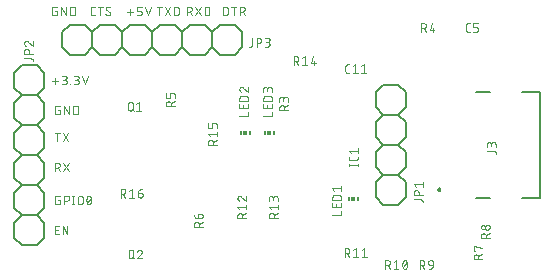
<source format=gbr>
G04 EAGLE Gerber X2 export*
%TF.Part,Single*%
%TF.FileFunction,Legend,Top,1*%
%TF.FilePolarity,Positive*%
%TF.GenerationSoftware,Autodesk,EAGLE,9.6.2*%
%TF.CreationDate,2022-03-30T08:56:30Z*%
G75*
%MOMM*%
%FSLAX34Y34*%
%LPD*%
%INSilkscreen Top*%
%AMOC8*
5,1,8,0,0,1.08239X$1,22.5*%
G01*
%ADD10C,0.076200*%
%ADD11C,0.152400*%
%ADD12R,0.150000X0.300000*%
%ADD13R,0.300000X0.300000*%
%ADD14C,0.200000*%


D10*
X56261Y168346D02*
X61172Y168346D01*
X58716Y170801D02*
X58716Y165890D01*
X64473Y165481D02*
X66519Y165481D01*
X66608Y165483D01*
X66697Y165489D01*
X66786Y165499D01*
X66874Y165512D01*
X66962Y165529D01*
X67049Y165551D01*
X67134Y165576D01*
X67219Y165604D01*
X67302Y165637D01*
X67384Y165673D01*
X67464Y165712D01*
X67542Y165755D01*
X67618Y165801D01*
X67693Y165851D01*
X67765Y165904D01*
X67834Y165960D01*
X67901Y166019D01*
X67966Y166080D01*
X68027Y166145D01*
X68086Y166212D01*
X68142Y166281D01*
X68195Y166353D01*
X68245Y166428D01*
X68291Y166504D01*
X68334Y166582D01*
X68373Y166662D01*
X68409Y166744D01*
X68442Y166827D01*
X68470Y166912D01*
X68495Y166997D01*
X68517Y167084D01*
X68534Y167172D01*
X68547Y167260D01*
X68557Y167349D01*
X68563Y167438D01*
X68565Y167527D01*
X68563Y167616D01*
X68557Y167705D01*
X68547Y167794D01*
X68534Y167882D01*
X68517Y167970D01*
X68495Y168057D01*
X68470Y168142D01*
X68442Y168227D01*
X68409Y168310D01*
X68373Y168392D01*
X68334Y168472D01*
X68291Y168550D01*
X68245Y168626D01*
X68195Y168701D01*
X68142Y168773D01*
X68086Y168842D01*
X68027Y168909D01*
X67966Y168974D01*
X67901Y169035D01*
X67834Y169094D01*
X67765Y169150D01*
X67693Y169203D01*
X67618Y169253D01*
X67542Y169299D01*
X67464Y169342D01*
X67384Y169381D01*
X67302Y169417D01*
X67219Y169450D01*
X67134Y169478D01*
X67049Y169503D01*
X66962Y169525D01*
X66874Y169542D01*
X66786Y169555D01*
X66697Y169565D01*
X66608Y169571D01*
X66519Y169573D01*
X66928Y172847D02*
X64473Y172847D01*
X66928Y172847D02*
X67007Y172845D01*
X67086Y172839D01*
X67165Y172830D01*
X67243Y172817D01*
X67320Y172799D01*
X67396Y172779D01*
X67471Y172754D01*
X67545Y172726D01*
X67618Y172695D01*
X67689Y172659D01*
X67758Y172621D01*
X67825Y172579D01*
X67890Y172534D01*
X67953Y172486D01*
X68014Y172435D01*
X68071Y172381D01*
X68127Y172325D01*
X68179Y172266D01*
X68229Y172204D01*
X68275Y172140D01*
X68319Y172074D01*
X68359Y172006D01*
X68395Y171936D01*
X68429Y171864D01*
X68459Y171790D01*
X68485Y171716D01*
X68508Y171640D01*
X68526Y171563D01*
X68542Y171486D01*
X68553Y171407D01*
X68561Y171329D01*
X68565Y171250D01*
X68565Y171170D01*
X68561Y171091D01*
X68553Y171013D01*
X68542Y170934D01*
X68526Y170857D01*
X68508Y170780D01*
X68485Y170704D01*
X68459Y170630D01*
X68429Y170556D01*
X68395Y170484D01*
X68359Y170414D01*
X68319Y170346D01*
X68275Y170280D01*
X68229Y170216D01*
X68179Y170154D01*
X68127Y170095D01*
X68071Y170039D01*
X68014Y169985D01*
X67953Y169934D01*
X67890Y169886D01*
X67825Y169841D01*
X67758Y169799D01*
X67689Y169761D01*
X67618Y169725D01*
X67545Y169694D01*
X67471Y169666D01*
X67396Y169641D01*
X67320Y169621D01*
X67243Y169603D01*
X67165Y169590D01*
X67086Y169581D01*
X67007Y169575D01*
X66928Y169573D01*
X65292Y169573D01*
X71435Y165890D02*
X71435Y165481D01*
X71435Y165890D02*
X71844Y165890D01*
X71844Y165481D01*
X71435Y165481D01*
X74714Y165481D02*
X76760Y165481D01*
X76849Y165483D01*
X76938Y165489D01*
X77027Y165499D01*
X77115Y165512D01*
X77203Y165529D01*
X77290Y165551D01*
X77375Y165576D01*
X77460Y165604D01*
X77543Y165637D01*
X77625Y165673D01*
X77705Y165712D01*
X77783Y165755D01*
X77859Y165801D01*
X77934Y165851D01*
X78006Y165904D01*
X78075Y165960D01*
X78142Y166019D01*
X78207Y166080D01*
X78268Y166145D01*
X78327Y166212D01*
X78383Y166281D01*
X78436Y166353D01*
X78486Y166428D01*
X78532Y166504D01*
X78575Y166582D01*
X78614Y166662D01*
X78650Y166744D01*
X78683Y166827D01*
X78711Y166912D01*
X78736Y166997D01*
X78758Y167084D01*
X78775Y167172D01*
X78788Y167260D01*
X78798Y167349D01*
X78804Y167438D01*
X78806Y167527D01*
X78804Y167616D01*
X78798Y167705D01*
X78788Y167794D01*
X78775Y167882D01*
X78758Y167970D01*
X78736Y168057D01*
X78711Y168142D01*
X78683Y168227D01*
X78650Y168310D01*
X78614Y168392D01*
X78575Y168472D01*
X78532Y168550D01*
X78486Y168626D01*
X78436Y168701D01*
X78383Y168773D01*
X78327Y168842D01*
X78268Y168909D01*
X78207Y168974D01*
X78142Y169035D01*
X78075Y169094D01*
X78006Y169150D01*
X77934Y169203D01*
X77859Y169253D01*
X77783Y169299D01*
X77705Y169342D01*
X77625Y169381D01*
X77543Y169417D01*
X77460Y169450D01*
X77375Y169478D01*
X77290Y169503D01*
X77203Y169525D01*
X77115Y169542D01*
X77027Y169555D01*
X76938Y169565D01*
X76849Y169571D01*
X76760Y169573D01*
X77170Y172847D02*
X74714Y172847D01*
X77170Y172847D02*
X77249Y172845D01*
X77328Y172839D01*
X77407Y172830D01*
X77485Y172817D01*
X77562Y172799D01*
X77638Y172779D01*
X77713Y172754D01*
X77787Y172726D01*
X77860Y172695D01*
X77931Y172659D01*
X78000Y172621D01*
X78067Y172579D01*
X78132Y172534D01*
X78195Y172486D01*
X78256Y172435D01*
X78313Y172381D01*
X78369Y172325D01*
X78421Y172266D01*
X78471Y172204D01*
X78517Y172140D01*
X78561Y172074D01*
X78601Y172006D01*
X78637Y171936D01*
X78671Y171864D01*
X78701Y171790D01*
X78727Y171716D01*
X78750Y171640D01*
X78768Y171563D01*
X78784Y171486D01*
X78795Y171407D01*
X78803Y171329D01*
X78807Y171250D01*
X78807Y171170D01*
X78803Y171091D01*
X78795Y171013D01*
X78784Y170934D01*
X78768Y170857D01*
X78750Y170780D01*
X78727Y170704D01*
X78701Y170630D01*
X78671Y170556D01*
X78637Y170484D01*
X78601Y170414D01*
X78561Y170346D01*
X78517Y170280D01*
X78471Y170216D01*
X78421Y170154D01*
X78369Y170095D01*
X78313Y170039D01*
X78256Y169985D01*
X78195Y169934D01*
X78132Y169886D01*
X78067Y169841D01*
X78000Y169799D01*
X77931Y169761D01*
X77860Y169725D01*
X77787Y169694D01*
X77713Y169666D01*
X77638Y169641D01*
X77562Y169621D01*
X77485Y169603D01*
X77407Y169590D01*
X77328Y169581D01*
X77249Y169575D01*
X77170Y169573D01*
X75533Y169573D01*
X81620Y172847D02*
X84076Y165481D01*
X86531Y172847D01*
X62893Y144173D02*
X61666Y144173D01*
X62893Y144173D02*
X62893Y140081D01*
X60438Y140081D01*
X60360Y140083D01*
X60282Y140088D01*
X60205Y140098D01*
X60128Y140111D01*
X60052Y140127D01*
X59977Y140147D01*
X59903Y140171D01*
X59830Y140198D01*
X59758Y140229D01*
X59688Y140263D01*
X59620Y140300D01*
X59553Y140341D01*
X59488Y140385D01*
X59426Y140431D01*
X59366Y140481D01*
X59308Y140533D01*
X59253Y140588D01*
X59201Y140646D01*
X59151Y140706D01*
X59105Y140768D01*
X59061Y140833D01*
X59020Y140900D01*
X58983Y140968D01*
X58949Y141038D01*
X58918Y141110D01*
X58891Y141183D01*
X58867Y141257D01*
X58847Y141332D01*
X58831Y141408D01*
X58818Y141485D01*
X58808Y141562D01*
X58803Y141640D01*
X58801Y141718D01*
X58801Y145810D01*
X58803Y145890D01*
X58809Y145970D01*
X58819Y146050D01*
X58832Y146129D01*
X58850Y146208D01*
X58871Y146285D01*
X58897Y146361D01*
X58926Y146436D01*
X58958Y146510D01*
X58994Y146582D01*
X59034Y146652D01*
X59077Y146719D01*
X59123Y146785D01*
X59173Y146848D01*
X59225Y146909D01*
X59280Y146968D01*
X59339Y147023D01*
X59399Y147075D01*
X59463Y147125D01*
X59529Y147171D01*
X59596Y147214D01*
X59666Y147254D01*
X59738Y147290D01*
X59812Y147322D01*
X59886Y147351D01*
X59963Y147377D01*
X60040Y147398D01*
X60119Y147416D01*
X60198Y147429D01*
X60278Y147439D01*
X60358Y147445D01*
X60438Y147447D01*
X62893Y147447D01*
X66604Y147447D02*
X66604Y140081D01*
X70696Y140081D02*
X66604Y147447D01*
X70696Y147447D02*
X70696Y140081D01*
X74407Y140081D02*
X74407Y147447D01*
X76453Y147447D01*
X76542Y147445D01*
X76631Y147439D01*
X76720Y147429D01*
X76808Y147416D01*
X76896Y147399D01*
X76983Y147377D01*
X77068Y147352D01*
X77153Y147324D01*
X77236Y147291D01*
X77318Y147255D01*
X77398Y147216D01*
X77476Y147173D01*
X77552Y147127D01*
X77627Y147077D01*
X77699Y147024D01*
X77768Y146968D01*
X77835Y146909D01*
X77900Y146848D01*
X77961Y146783D01*
X78020Y146716D01*
X78076Y146647D01*
X78129Y146575D01*
X78179Y146500D01*
X78225Y146424D01*
X78268Y146346D01*
X78307Y146266D01*
X78343Y146184D01*
X78376Y146101D01*
X78404Y146016D01*
X78429Y145931D01*
X78451Y145844D01*
X78468Y145756D01*
X78481Y145668D01*
X78491Y145579D01*
X78497Y145490D01*
X78499Y145401D01*
X78499Y142127D01*
X78497Y142038D01*
X78491Y141949D01*
X78481Y141860D01*
X78468Y141772D01*
X78451Y141684D01*
X78429Y141597D01*
X78404Y141512D01*
X78376Y141427D01*
X78343Y141344D01*
X78307Y141262D01*
X78268Y141182D01*
X78225Y141104D01*
X78179Y141028D01*
X78129Y140953D01*
X78076Y140881D01*
X78020Y140812D01*
X77961Y140745D01*
X77900Y140680D01*
X77835Y140619D01*
X77768Y140560D01*
X77699Y140504D01*
X77627Y140451D01*
X77552Y140401D01*
X77476Y140355D01*
X77398Y140312D01*
X77318Y140273D01*
X77236Y140237D01*
X77153Y140204D01*
X77068Y140176D01*
X76983Y140151D01*
X76896Y140129D01*
X76808Y140112D01*
X76720Y140099D01*
X76631Y140089D01*
X76542Y140083D01*
X76453Y140081D01*
X74407Y140081D01*
X60847Y124587D02*
X60847Y117221D01*
X58801Y124587D02*
X62893Y124587D01*
X70130Y124587D02*
X65219Y117221D01*
X70130Y117221D02*
X65219Y124587D01*
X58801Y99187D02*
X58801Y91821D01*
X58801Y99187D02*
X60847Y99187D01*
X60936Y99185D01*
X61025Y99179D01*
X61114Y99169D01*
X61202Y99156D01*
X61290Y99139D01*
X61377Y99117D01*
X61462Y99092D01*
X61547Y99064D01*
X61630Y99031D01*
X61712Y98995D01*
X61792Y98956D01*
X61870Y98913D01*
X61946Y98867D01*
X62021Y98817D01*
X62093Y98764D01*
X62162Y98708D01*
X62229Y98649D01*
X62294Y98588D01*
X62355Y98523D01*
X62414Y98456D01*
X62470Y98387D01*
X62523Y98315D01*
X62573Y98240D01*
X62619Y98164D01*
X62662Y98086D01*
X62701Y98006D01*
X62737Y97924D01*
X62770Y97841D01*
X62798Y97756D01*
X62823Y97671D01*
X62845Y97584D01*
X62862Y97496D01*
X62875Y97408D01*
X62885Y97319D01*
X62891Y97230D01*
X62893Y97141D01*
X62891Y97052D01*
X62885Y96963D01*
X62875Y96874D01*
X62862Y96786D01*
X62845Y96698D01*
X62823Y96611D01*
X62798Y96526D01*
X62770Y96441D01*
X62737Y96358D01*
X62701Y96276D01*
X62662Y96196D01*
X62619Y96118D01*
X62573Y96042D01*
X62523Y95967D01*
X62470Y95895D01*
X62414Y95826D01*
X62355Y95759D01*
X62294Y95694D01*
X62229Y95633D01*
X62162Y95574D01*
X62093Y95518D01*
X62021Y95465D01*
X61946Y95415D01*
X61870Y95369D01*
X61792Y95326D01*
X61712Y95287D01*
X61630Y95251D01*
X61547Y95218D01*
X61462Y95190D01*
X61377Y95165D01*
X61290Y95143D01*
X61202Y95126D01*
X61114Y95113D01*
X61025Y95103D01*
X60936Y95097D01*
X60847Y95095D01*
X58801Y95095D01*
X61256Y95095D02*
X62893Y91821D01*
X65656Y91821D02*
X70566Y99187D01*
X65656Y99187D02*
X70566Y91821D01*
X62893Y67973D02*
X61666Y67973D01*
X62893Y67973D02*
X62893Y63881D01*
X60438Y63881D01*
X60360Y63883D01*
X60282Y63888D01*
X60205Y63898D01*
X60128Y63911D01*
X60052Y63927D01*
X59977Y63947D01*
X59903Y63971D01*
X59830Y63998D01*
X59758Y64029D01*
X59688Y64063D01*
X59620Y64100D01*
X59553Y64141D01*
X59488Y64185D01*
X59426Y64231D01*
X59366Y64281D01*
X59308Y64333D01*
X59253Y64388D01*
X59201Y64446D01*
X59151Y64506D01*
X59105Y64568D01*
X59061Y64633D01*
X59020Y64700D01*
X58983Y64768D01*
X58949Y64838D01*
X58918Y64910D01*
X58891Y64983D01*
X58867Y65057D01*
X58847Y65132D01*
X58831Y65208D01*
X58818Y65285D01*
X58808Y65362D01*
X58803Y65440D01*
X58801Y65518D01*
X58801Y69610D01*
X58803Y69690D01*
X58809Y69770D01*
X58819Y69850D01*
X58832Y69929D01*
X58850Y70008D01*
X58871Y70085D01*
X58897Y70161D01*
X58926Y70236D01*
X58958Y70310D01*
X58994Y70382D01*
X59034Y70452D01*
X59077Y70519D01*
X59123Y70585D01*
X59173Y70648D01*
X59225Y70709D01*
X59280Y70768D01*
X59339Y70823D01*
X59399Y70875D01*
X59463Y70925D01*
X59529Y70971D01*
X59596Y71014D01*
X59666Y71054D01*
X59738Y71090D01*
X59812Y71122D01*
X59886Y71151D01*
X59963Y71177D01*
X60040Y71198D01*
X60119Y71216D01*
X60198Y71229D01*
X60278Y71239D01*
X60358Y71245D01*
X60438Y71247D01*
X62893Y71247D01*
X66722Y71247D02*
X66722Y63881D01*
X66722Y71247D02*
X68768Y71247D01*
X68857Y71245D01*
X68946Y71239D01*
X69035Y71229D01*
X69123Y71216D01*
X69211Y71199D01*
X69298Y71177D01*
X69383Y71152D01*
X69468Y71124D01*
X69551Y71091D01*
X69633Y71055D01*
X69713Y71016D01*
X69791Y70973D01*
X69867Y70927D01*
X69942Y70877D01*
X70014Y70824D01*
X70083Y70768D01*
X70150Y70709D01*
X70215Y70648D01*
X70276Y70583D01*
X70335Y70516D01*
X70391Y70447D01*
X70444Y70375D01*
X70494Y70300D01*
X70540Y70224D01*
X70583Y70146D01*
X70622Y70066D01*
X70658Y69984D01*
X70691Y69901D01*
X70719Y69816D01*
X70744Y69731D01*
X70766Y69644D01*
X70783Y69556D01*
X70796Y69468D01*
X70806Y69379D01*
X70812Y69290D01*
X70814Y69201D01*
X70812Y69112D01*
X70806Y69023D01*
X70796Y68934D01*
X70783Y68846D01*
X70766Y68758D01*
X70744Y68671D01*
X70719Y68586D01*
X70691Y68501D01*
X70658Y68418D01*
X70622Y68336D01*
X70583Y68256D01*
X70540Y68178D01*
X70494Y68102D01*
X70444Y68027D01*
X70391Y67955D01*
X70335Y67886D01*
X70276Y67819D01*
X70215Y67754D01*
X70150Y67693D01*
X70083Y67634D01*
X70014Y67578D01*
X69942Y67525D01*
X69867Y67475D01*
X69791Y67429D01*
X69713Y67386D01*
X69633Y67347D01*
X69551Y67311D01*
X69468Y67278D01*
X69383Y67250D01*
X69298Y67225D01*
X69211Y67203D01*
X69123Y67186D01*
X69035Y67173D01*
X68946Y67163D01*
X68857Y67157D01*
X68768Y67155D01*
X66722Y67155D01*
X74258Y63881D02*
X74258Y71247D01*
X73440Y63881D02*
X75077Y63881D01*
X75077Y71247D02*
X73440Y71247D01*
X78064Y69201D02*
X78064Y65927D01*
X78064Y69201D02*
X78066Y69290D01*
X78072Y69379D01*
X78082Y69468D01*
X78095Y69556D01*
X78112Y69644D01*
X78134Y69731D01*
X78159Y69816D01*
X78187Y69901D01*
X78220Y69984D01*
X78256Y70066D01*
X78295Y70146D01*
X78338Y70224D01*
X78384Y70300D01*
X78434Y70375D01*
X78487Y70447D01*
X78543Y70516D01*
X78602Y70583D01*
X78663Y70648D01*
X78728Y70709D01*
X78795Y70768D01*
X78864Y70824D01*
X78936Y70877D01*
X79011Y70927D01*
X79087Y70973D01*
X79165Y71016D01*
X79245Y71055D01*
X79327Y71091D01*
X79410Y71124D01*
X79495Y71152D01*
X79580Y71177D01*
X79667Y71199D01*
X79755Y71216D01*
X79843Y71229D01*
X79932Y71239D01*
X80021Y71245D01*
X80110Y71247D01*
X80199Y71245D01*
X80288Y71239D01*
X80377Y71229D01*
X80465Y71216D01*
X80553Y71199D01*
X80640Y71177D01*
X80725Y71152D01*
X80810Y71124D01*
X80893Y71091D01*
X80975Y71055D01*
X81055Y71016D01*
X81133Y70973D01*
X81209Y70927D01*
X81284Y70877D01*
X81356Y70824D01*
X81425Y70768D01*
X81492Y70709D01*
X81557Y70648D01*
X81618Y70583D01*
X81677Y70516D01*
X81733Y70447D01*
X81786Y70375D01*
X81836Y70300D01*
X81882Y70224D01*
X81925Y70146D01*
X81964Y70066D01*
X82000Y69984D01*
X82033Y69901D01*
X82061Y69816D01*
X82086Y69731D01*
X82108Y69644D01*
X82125Y69556D01*
X82138Y69468D01*
X82148Y69379D01*
X82154Y69290D01*
X82156Y69201D01*
X82157Y69201D02*
X82157Y65927D01*
X82156Y65927D02*
X82154Y65838D01*
X82148Y65749D01*
X82138Y65660D01*
X82125Y65572D01*
X82108Y65484D01*
X82086Y65397D01*
X82061Y65312D01*
X82033Y65227D01*
X82000Y65144D01*
X81964Y65062D01*
X81925Y64982D01*
X81882Y64904D01*
X81836Y64828D01*
X81786Y64753D01*
X81733Y64681D01*
X81677Y64612D01*
X81618Y64545D01*
X81557Y64480D01*
X81492Y64419D01*
X81425Y64360D01*
X81356Y64304D01*
X81284Y64251D01*
X81209Y64201D01*
X81133Y64155D01*
X81055Y64112D01*
X80975Y64073D01*
X80893Y64037D01*
X80810Y64004D01*
X80725Y63976D01*
X80640Y63951D01*
X80553Y63929D01*
X80465Y63912D01*
X80377Y63899D01*
X80288Y63889D01*
X80199Y63883D01*
X80110Y63881D01*
X80021Y63883D01*
X79932Y63889D01*
X79843Y63899D01*
X79755Y63912D01*
X79667Y63929D01*
X79580Y63951D01*
X79495Y63976D01*
X79410Y64004D01*
X79327Y64037D01*
X79245Y64073D01*
X79165Y64112D01*
X79087Y64155D01*
X79011Y64201D01*
X78936Y64251D01*
X78864Y64304D01*
X78795Y64360D01*
X78728Y64419D01*
X78663Y64480D01*
X78602Y64545D01*
X78543Y64612D01*
X78487Y64681D01*
X78434Y64753D01*
X78384Y64828D01*
X78338Y64904D01*
X78295Y64982D01*
X78256Y65062D01*
X78220Y65144D01*
X78187Y65227D01*
X78159Y65312D01*
X78134Y65397D01*
X78112Y65484D01*
X78095Y65572D01*
X78082Y65660D01*
X78072Y65749D01*
X78066Y65838D01*
X78064Y65927D01*
X85380Y67564D02*
X85382Y67717D01*
X85388Y67870D01*
X85397Y68022D01*
X85411Y68175D01*
X85428Y68327D01*
X85449Y68478D01*
X85474Y68629D01*
X85503Y68779D01*
X85535Y68929D01*
X85572Y69077D01*
X85612Y69225D01*
X85655Y69372D01*
X85703Y69517D01*
X85754Y69661D01*
X85808Y69804D01*
X85867Y69946D01*
X85928Y70085D01*
X85994Y70224D01*
X86020Y70294D01*
X86050Y70364D01*
X86083Y70431D01*
X86119Y70497D01*
X86158Y70561D01*
X86201Y70623D01*
X86247Y70682D01*
X86295Y70740D01*
X86346Y70794D01*
X86400Y70847D01*
X86457Y70896D01*
X86516Y70943D01*
X86577Y70986D01*
X86640Y71027D01*
X86705Y71064D01*
X86772Y71099D01*
X86841Y71129D01*
X86911Y71157D01*
X86982Y71180D01*
X87054Y71201D01*
X87127Y71217D01*
X87201Y71230D01*
X87276Y71240D01*
X87351Y71245D01*
X87426Y71247D01*
X87501Y71245D01*
X87576Y71240D01*
X87651Y71230D01*
X87725Y71217D01*
X87798Y71201D01*
X87870Y71180D01*
X87941Y71157D01*
X88011Y71129D01*
X88080Y71099D01*
X88147Y71064D01*
X88212Y71027D01*
X88275Y70986D01*
X88336Y70943D01*
X88395Y70896D01*
X88452Y70847D01*
X88506Y70794D01*
X88557Y70740D01*
X88606Y70682D01*
X88651Y70623D01*
X88694Y70561D01*
X88733Y70497D01*
X88770Y70431D01*
X88802Y70363D01*
X88832Y70294D01*
X88858Y70224D01*
X88923Y70086D01*
X88985Y69946D01*
X89043Y69804D01*
X89098Y69661D01*
X89149Y69517D01*
X89197Y69372D01*
X89240Y69225D01*
X89280Y69078D01*
X89317Y68929D01*
X89349Y68779D01*
X89378Y68629D01*
X89403Y68478D01*
X89424Y68327D01*
X89441Y68175D01*
X89455Y68022D01*
X89464Y67870D01*
X89470Y67717D01*
X89472Y67564D01*
X85379Y67564D02*
X85381Y67411D01*
X85387Y67258D01*
X85396Y67105D01*
X85410Y66953D01*
X85427Y66801D01*
X85448Y66650D01*
X85473Y66499D01*
X85502Y66348D01*
X85534Y66199D01*
X85571Y66050D01*
X85611Y65903D01*
X85654Y65756D01*
X85702Y65611D01*
X85753Y65466D01*
X85808Y65324D01*
X85866Y65182D01*
X85928Y65042D01*
X85993Y64904D01*
X85994Y64904D02*
X86020Y64833D01*
X86050Y64764D01*
X86083Y64697D01*
X86119Y64631D01*
X86158Y64567D01*
X86201Y64505D01*
X86247Y64446D01*
X86295Y64388D01*
X86346Y64334D01*
X86400Y64281D01*
X86457Y64232D01*
X86516Y64185D01*
X86577Y64142D01*
X86640Y64101D01*
X86705Y64064D01*
X86772Y64029D01*
X86841Y63999D01*
X86911Y63971D01*
X86982Y63948D01*
X87054Y63927D01*
X87127Y63911D01*
X87201Y63898D01*
X87276Y63888D01*
X87351Y63883D01*
X87426Y63881D01*
X88858Y64904D02*
X88923Y65042D01*
X88985Y65182D01*
X89043Y65324D01*
X89098Y65467D01*
X89149Y65611D01*
X89197Y65756D01*
X89240Y65903D01*
X89280Y66051D01*
X89317Y66199D01*
X89349Y66349D01*
X89378Y66499D01*
X89403Y66650D01*
X89424Y66801D01*
X89441Y66953D01*
X89455Y67106D01*
X89464Y67258D01*
X89470Y67411D01*
X89472Y67564D01*
X88858Y64904D02*
X88832Y64834D01*
X88802Y64764D01*
X88770Y64697D01*
X88733Y64631D01*
X88694Y64567D01*
X88651Y64505D01*
X88605Y64446D01*
X88557Y64388D01*
X88506Y64334D01*
X88452Y64281D01*
X88395Y64232D01*
X88336Y64185D01*
X88275Y64142D01*
X88212Y64101D01*
X88147Y64064D01*
X88080Y64029D01*
X88011Y63999D01*
X87941Y63971D01*
X87870Y63948D01*
X87798Y63927D01*
X87725Y63911D01*
X87651Y63898D01*
X87576Y63888D01*
X87501Y63883D01*
X87426Y63881D01*
X85789Y65518D02*
X89063Y69610D01*
X62075Y38481D02*
X58801Y38481D01*
X58801Y45847D01*
X62075Y45847D01*
X61256Y42573D02*
X58801Y42573D01*
X65125Y45847D02*
X65125Y38481D01*
X69217Y38481D02*
X65125Y45847D01*
X69217Y45847D02*
X69217Y38481D01*
X60353Y227993D02*
X59126Y227993D01*
X60353Y227993D02*
X60353Y223901D01*
X57898Y223901D01*
X57820Y223903D01*
X57742Y223908D01*
X57665Y223918D01*
X57588Y223931D01*
X57512Y223947D01*
X57437Y223967D01*
X57363Y223991D01*
X57290Y224018D01*
X57218Y224049D01*
X57148Y224083D01*
X57080Y224120D01*
X57013Y224161D01*
X56948Y224205D01*
X56886Y224251D01*
X56826Y224301D01*
X56768Y224353D01*
X56713Y224408D01*
X56661Y224466D01*
X56611Y224526D01*
X56565Y224588D01*
X56521Y224653D01*
X56480Y224720D01*
X56443Y224788D01*
X56409Y224858D01*
X56378Y224930D01*
X56351Y225003D01*
X56327Y225077D01*
X56307Y225152D01*
X56291Y225228D01*
X56278Y225305D01*
X56268Y225382D01*
X56263Y225460D01*
X56261Y225538D01*
X56261Y229630D01*
X56263Y229710D01*
X56269Y229790D01*
X56279Y229870D01*
X56292Y229949D01*
X56310Y230028D01*
X56331Y230105D01*
X56357Y230181D01*
X56386Y230256D01*
X56418Y230330D01*
X56454Y230402D01*
X56494Y230472D01*
X56537Y230539D01*
X56583Y230605D01*
X56633Y230668D01*
X56685Y230729D01*
X56740Y230788D01*
X56799Y230843D01*
X56859Y230895D01*
X56923Y230945D01*
X56989Y230991D01*
X57056Y231034D01*
X57126Y231074D01*
X57198Y231110D01*
X57272Y231142D01*
X57346Y231171D01*
X57423Y231197D01*
X57500Y231218D01*
X57579Y231236D01*
X57658Y231249D01*
X57738Y231259D01*
X57818Y231265D01*
X57898Y231267D01*
X60353Y231267D01*
X64064Y231267D02*
X64064Y223901D01*
X68156Y223901D02*
X64064Y231267D01*
X68156Y231267D02*
X68156Y223901D01*
X71867Y223901D02*
X71867Y231267D01*
X73913Y231267D01*
X74002Y231265D01*
X74091Y231259D01*
X74180Y231249D01*
X74268Y231236D01*
X74356Y231219D01*
X74443Y231197D01*
X74528Y231172D01*
X74613Y231144D01*
X74696Y231111D01*
X74778Y231075D01*
X74858Y231036D01*
X74936Y230993D01*
X75012Y230947D01*
X75087Y230897D01*
X75159Y230844D01*
X75228Y230788D01*
X75295Y230729D01*
X75360Y230668D01*
X75421Y230603D01*
X75480Y230536D01*
X75536Y230467D01*
X75589Y230395D01*
X75639Y230320D01*
X75685Y230244D01*
X75728Y230166D01*
X75767Y230086D01*
X75803Y230004D01*
X75836Y229921D01*
X75864Y229836D01*
X75889Y229751D01*
X75911Y229664D01*
X75928Y229576D01*
X75941Y229488D01*
X75951Y229399D01*
X75957Y229310D01*
X75959Y229221D01*
X75959Y225947D01*
X75957Y225858D01*
X75951Y225769D01*
X75941Y225680D01*
X75928Y225592D01*
X75911Y225504D01*
X75889Y225417D01*
X75864Y225332D01*
X75836Y225247D01*
X75803Y225164D01*
X75767Y225082D01*
X75728Y225002D01*
X75685Y224924D01*
X75639Y224848D01*
X75589Y224773D01*
X75536Y224701D01*
X75480Y224632D01*
X75421Y224565D01*
X75360Y224500D01*
X75295Y224439D01*
X75228Y224380D01*
X75159Y224324D01*
X75087Y224271D01*
X75012Y224221D01*
X74936Y224175D01*
X74858Y224132D01*
X74778Y224093D01*
X74696Y224057D01*
X74613Y224024D01*
X74528Y223996D01*
X74443Y223971D01*
X74356Y223949D01*
X74268Y223932D01*
X74180Y223919D01*
X74091Y223909D01*
X74002Y223903D01*
X73913Y223901D01*
X71867Y223901D01*
X90918Y223901D02*
X92555Y223901D01*
X90918Y223901D02*
X90840Y223903D01*
X90762Y223908D01*
X90685Y223918D01*
X90608Y223931D01*
X90532Y223947D01*
X90457Y223967D01*
X90383Y223991D01*
X90310Y224018D01*
X90238Y224049D01*
X90168Y224083D01*
X90100Y224120D01*
X90033Y224161D01*
X89968Y224205D01*
X89906Y224251D01*
X89846Y224301D01*
X89788Y224353D01*
X89733Y224408D01*
X89681Y224466D01*
X89631Y224526D01*
X89585Y224588D01*
X89541Y224653D01*
X89500Y224720D01*
X89463Y224788D01*
X89429Y224858D01*
X89398Y224930D01*
X89371Y225003D01*
X89347Y225077D01*
X89327Y225152D01*
X89311Y225228D01*
X89298Y225305D01*
X89288Y225382D01*
X89283Y225460D01*
X89281Y225538D01*
X89281Y229630D01*
X89283Y229710D01*
X89289Y229790D01*
X89299Y229870D01*
X89312Y229949D01*
X89330Y230028D01*
X89351Y230105D01*
X89377Y230181D01*
X89406Y230256D01*
X89438Y230330D01*
X89474Y230402D01*
X89514Y230472D01*
X89557Y230539D01*
X89603Y230605D01*
X89653Y230668D01*
X89705Y230729D01*
X89760Y230788D01*
X89819Y230843D01*
X89879Y230895D01*
X89943Y230945D01*
X90009Y230991D01*
X90076Y231034D01*
X90146Y231074D01*
X90218Y231110D01*
X90292Y231142D01*
X90366Y231171D01*
X90443Y231197D01*
X90520Y231218D01*
X90599Y231236D01*
X90678Y231249D01*
X90758Y231259D01*
X90838Y231265D01*
X90918Y231267D01*
X92555Y231267D01*
X96958Y231267D02*
X96958Y223901D01*
X94912Y231267D02*
X99005Y231267D01*
X105588Y225538D02*
X105586Y225460D01*
X105581Y225382D01*
X105571Y225305D01*
X105558Y225228D01*
X105542Y225152D01*
X105522Y225077D01*
X105498Y225003D01*
X105471Y224930D01*
X105440Y224858D01*
X105406Y224788D01*
X105369Y224720D01*
X105328Y224653D01*
X105284Y224588D01*
X105238Y224526D01*
X105188Y224466D01*
X105136Y224408D01*
X105081Y224353D01*
X105023Y224301D01*
X104963Y224251D01*
X104901Y224205D01*
X104836Y224161D01*
X104770Y224120D01*
X104701Y224083D01*
X104631Y224049D01*
X104559Y224018D01*
X104486Y223991D01*
X104412Y223967D01*
X104337Y223947D01*
X104261Y223931D01*
X104184Y223918D01*
X104107Y223908D01*
X104029Y223903D01*
X103951Y223901D01*
X103837Y223903D01*
X103724Y223908D01*
X103610Y223918D01*
X103497Y223931D01*
X103385Y223948D01*
X103273Y223968D01*
X103162Y223992D01*
X103051Y224020D01*
X102942Y224051D01*
X102834Y224086D01*
X102727Y224125D01*
X102621Y224167D01*
X102517Y224212D01*
X102414Y224261D01*
X102313Y224314D01*
X102214Y224369D01*
X102116Y224428D01*
X102021Y224490D01*
X101928Y224555D01*
X101836Y224623D01*
X101748Y224694D01*
X101661Y224768D01*
X101577Y224845D01*
X101496Y224924D01*
X101701Y229630D02*
X101703Y229708D01*
X101708Y229786D01*
X101718Y229863D01*
X101731Y229940D01*
X101747Y230016D01*
X101767Y230091D01*
X101791Y230165D01*
X101818Y230238D01*
X101849Y230310D01*
X101883Y230380D01*
X101920Y230449D01*
X101961Y230515D01*
X102005Y230580D01*
X102051Y230642D01*
X102101Y230702D01*
X102153Y230760D01*
X102208Y230815D01*
X102266Y230867D01*
X102326Y230917D01*
X102388Y230963D01*
X102453Y231007D01*
X102520Y231048D01*
X102588Y231085D01*
X102658Y231119D01*
X102730Y231150D01*
X102803Y231177D01*
X102877Y231201D01*
X102952Y231221D01*
X103028Y231237D01*
X103105Y231250D01*
X103182Y231260D01*
X103260Y231265D01*
X103338Y231267D01*
X103448Y231265D01*
X103557Y231259D01*
X103667Y231249D01*
X103775Y231236D01*
X103884Y231218D01*
X103991Y231197D01*
X104098Y231171D01*
X104204Y231142D01*
X104309Y231110D01*
X104412Y231073D01*
X104514Y231033D01*
X104615Y230989D01*
X104714Y230941D01*
X104811Y230891D01*
X104906Y230836D01*
X104999Y230778D01*
X105090Y230717D01*
X105179Y230653D01*
X102519Y228197D02*
X102452Y228239D01*
X102387Y228283D01*
X102325Y228331D01*
X102265Y228381D01*
X102207Y228434D01*
X102152Y228490D01*
X102100Y228549D01*
X102050Y228609D01*
X102003Y228673D01*
X101960Y228738D01*
X101919Y228805D01*
X101882Y228874D01*
X101848Y228945D01*
X101817Y229017D01*
X101790Y229091D01*
X101766Y229165D01*
X101746Y229241D01*
X101730Y229318D01*
X101717Y229395D01*
X101707Y229473D01*
X101702Y229552D01*
X101700Y229630D01*
X104770Y226970D02*
X104836Y226928D01*
X104901Y226884D01*
X104963Y226837D01*
X105023Y226786D01*
X105081Y226733D01*
X105136Y226677D01*
X105189Y226619D01*
X105238Y226558D01*
X105285Y226495D01*
X105328Y226430D01*
X105369Y226363D01*
X105406Y226294D01*
X105440Y226223D01*
X105471Y226151D01*
X105498Y226077D01*
X105522Y226002D01*
X105542Y225927D01*
X105558Y225850D01*
X105571Y225773D01*
X105581Y225695D01*
X105586Y225616D01*
X105588Y225538D01*
X104770Y226970D02*
X102519Y228198D01*
X119761Y226766D02*
X124672Y226766D01*
X122216Y229221D02*
X122216Y224310D01*
X127973Y223901D02*
X130428Y223901D01*
X130506Y223903D01*
X130584Y223908D01*
X130661Y223918D01*
X130738Y223931D01*
X130814Y223947D01*
X130889Y223967D01*
X130963Y223991D01*
X131036Y224018D01*
X131108Y224049D01*
X131178Y224083D01*
X131247Y224120D01*
X131313Y224161D01*
X131378Y224205D01*
X131440Y224251D01*
X131500Y224301D01*
X131558Y224353D01*
X131613Y224408D01*
X131665Y224466D01*
X131715Y224526D01*
X131761Y224588D01*
X131805Y224653D01*
X131846Y224720D01*
X131883Y224788D01*
X131917Y224858D01*
X131948Y224930D01*
X131975Y225003D01*
X131999Y225077D01*
X132019Y225152D01*
X132035Y225228D01*
X132048Y225305D01*
X132058Y225382D01*
X132063Y225460D01*
X132065Y225538D01*
X132065Y226356D01*
X132063Y226434D01*
X132058Y226512D01*
X132048Y226589D01*
X132035Y226666D01*
X132019Y226742D01*
X131999Y226817D01*
X131975Y226891D01*
X131948Y226964D01*
X131917Y227036D01*
X131883Y227106D01*
X131846Y227175D01*
X131805Y227241D01*
X131761Y227306D01*
X131715Y227368D01*
X131665Y227428D01*
X131613Y227486D01*
X131558Y227541D01*
X131500Y227593D01*
X131440Y227643D01*
X131378Y227689D01*
X131313Y227733D01*
X131247Y227774D01*
X131178Y227811D01*
X131108Y227845D01*
X131036Y227876D01*
X130963Y227903D01*
X130889Y227927D01*
X130814Y227947D01*
X130738Y227963D01*
X130661Y227976D01*
X130584Y227986D01*
X130506Y227991D01*
X130428Y227993D01*
X127973Y227993D01*
X127973Y231267D01*
X132065Y231267D01*
X134879Y231267D02*
X137334Y223901D01*
X139790Y231267D01*
X147207Y231267D02*
X147207Y223901D01*
X145161Y231267D02*
X149253Y231267D01*
X156490Y231267D02*
X151579Y223901D01*
X156490Y223901D02*
X151579Y231267D01*
X159548Y231267D02*
X159548Y223901D01*
X159548Y231267D02*
X161594Y231267D01*
X161683Y231265D01*
X161772Y231259D01*
X161861Y231249D01*
X161949Y231236D01*
X162037Y231219D01*
X162124Y231197D01*
X162209Y231172D01*
X162294Y231144D01*
X162377Y231111D01*
X162459Y231075D01*
X162539Y231036D01*
X162617Y230993D01*
X162693Y230947D01*
X162768Y230897D01*
X162840Y230844D01*
X162909Y230788D01*
X162976Y230729D01*
X163041Y230668D01*
X163102Y230603D01*
X163161Y230536D01*
X163217Y230467D01*
X163270Y230395D01*
X163320Y230320D01*
X163366Y230244D01*
X163409Y230166D01*
X163448Y230086D01*
X163484Y230004D01*
X163517Y229921D01*
X163545Y229836D01*
X163570Y229751D01*
X163592Y229664D01*
X163609Y229576D01*
X163622Y229488D01*
X163632Y229399D01*
X163638Y229310D01*
X163640Y229221D01*
X163640Y225947D01*
X163638Y225858D01*
X163632Y225769D01*
X163622Y225680D01*
X163609Y225592D01*
X163592Y225504D01*
X163570Y225417D01*
X163545Y225332D01*
X163517Y225247D01*
X163484Y225164D01*
X163448Y225082D01*
X163409Y225002D01*
X163366Y224924D01*
X163320Y224848D01*
X163270Y224773D01*
X163217Y224701D01*
X163161Y224632D01*
X163102Y224565D01*
X163041Y224500D01*
X162976Y224439D01*
X162909Y224380D01*
X162840Y224324D01*
X162768Y224271D01*
X162693Y224221D01*
X162617Y224175D01*
X162539Y224132D01*
X162459Y224093D01*
X162377Y224057D01*
X162294Y224024D01*
X162209Y223996D01*
X162124Y223971D01*
X162037Y223949D01*
X161949Y223932D01*
X161861Y223919D01*
X161772Y223909D01*
X161683Y223903D01*
X161594Y223901D01*
X159548Y223901D01*
X170561Y223901D02*
X170561Y231267D01*
X172607Y231267D01*
X172696Y231265D01*
X172785Y231259D01*
X172874Y231249D01*
X172962Y231236D01*
X173050Y231219D01*
X173137Y231197D01*
X173222Y231172D01*
X173307Y231144D01*
X173390Y231111D01*
X173472Y231075D01*
X173552Y231036D01*
X173630Y230993D01*
X173706Y230947D01*
X173781Y230897D01*
X173853Y230844D01*
X173922Y230788D01*
X173989Y230729D01*
X174054Y230668D01*
X174115Y230603D01*
X174174Y230536D01*
X174230Y230467D01*
X174283Y230395D01*
X174333Y230320D01*
X174379Y230244D01*
X174422Y230166D01*
X174461Y230086D01*
X174497Y230004D01*
X174530Y229921D01*
X174558Y229836D01*
X174583Y229751D01*
X174605Y229664D01*
X174622Y229576D01*
X174635Y229488D01*
X174645Y229399D01*
X174651Y229310D01*
X174653Y229221D01*
X174651Y229132D01*
X174645Y229043D01*
X174635Y228954D01*
X174622Y228866D01*
X174605Y228778D01*
X174583Y228691D01*
X174558Y228606D01*
X174530Y228521D01*
X174497Y228438D01*
X174461Y228356D01*
X174422Y228276D01*
X174379Y228198D01*
X174333Y228122D01*
X174283Y228047D01*
X174230Y227975D01*
X174174Y227906D01*
X174115Y227839D01*
X174054Y227774D01*
X173989Y227713D01*
X173922Y227654D01*
X173853Y227598D01*
X173781Y227545D01*
X173706Y227495D01*
X173630Y227449D01*
X173552Y227406D01*
X173472Y227367D01*
X173390Y227331D01*
X173307Y227298D01*
X173222Y227270D01*
X173137Y227245D01*
X173050Y227223D01*
X172962Y227206D01*
X172874Y227193D01*
X172785Y227183D01*
X172696Y227177D01*
X172607Y227175D01*
X170561Y227175D01*
X173016Y227175D02*
X174653Y223901D01*
X177416Y223901D02*
X182326Y231267D01*
X177416Y231267D02*
X182326Y223901D01*
X185384Y223901D02*
X185384Y231267D01*
X187430Y231267D01*
X187519Y231265D01*
X187608Y231259D01*
X187697Y231249D01*
X187785Y231236D01*
X187873Y231219D01*
X187960Y231197D01*
X188045Y231172D01*
X188130Y231144D01*
X188213Y231111D01*
X188295Y231075D01*
X188375Y231036D01*
X188453Y230993D01*
X188529Y230947D01*
X188604Y230897D01*
X188676Y230844D01*
X188745Y230788D01*
X188812Y230729D01*
X188877Y230668D01*
X188938Y230603D01*
X188997Y230536D01*
X189053Y230467D01*
X189106Y230395D01*
X189156Y230320D01*
X189202Y230244D01*
X189245Y230166D01*
X189284Y230086D01*
X189320Y230004D01*
X189353Y229921D01*
X189381Y229836D01*
X189406Y229751D01*
X189428Y229664D01*
X189445Y229576D01*
X189458Y229488D01*
X189468Y229399D01*
X189474Y229310D01*
X189476Y229221D01*
X189476Y225947D01*
X189474Y225858D01*
X189468Y225769D01*
X189458Y225680D01*
X189445Y225592D01*
X189428Y225504D01*
X189406Y225417D01*
X189381Y225332D01*
X189353Y225247D01*
X189320Y225164D01*
X189284Y225082D01*
X189245Y225002D01*
X189202Y224924D01*
X189156Y224848D01*
X189106Y224773D01*
X189053Y224701D01*
X188997Y224632D01*
X188938Y224565D01*
X188877Y224500D01*
X188812Y224439D01*
X188745Y224380D01*
X188676Y224324D01*
X188604Y224271D01*
X188529Y224221D01*
X188453Y224175D01*
X188375Y224132D01*
X188295Y224093D01*
X188213Y224057D01*
X188130Y224024D01*
X188045Y223996D01*
X187960Y223971D01*
X187873Y223949D01*
X187785Y223932D01*
X187697Y223919D01*
X187608Y223909D01*
X187519Y223903D01*
X187430Y223901D01*
X185384Y223901D01*
X201041Y223901D02*
X201041Y231267D01*
X203087Y231267D01*
X203176Y231265D01*
X203265Y231259D01*
X203354Y231249D01*
X203442Y231236D01*
X203530Y231219D01*
X203617Y231197D01*
X203702Y231172D01*
X203787Y231144D01*
X203870Y231111D01*
X203952Y231075D01*
X204032Y231036D01*
X204110Y230993D01*
X204186Y230947D01*
X204261Y230897D01*
X204333Y230844D01*
X204402Y230788D01*
X204469Y230729D01*
X204534Y230668D01*
X204595Y230603D01*
X204654Y230536D01*
X204710Y230467D01*
X204763Y230395D01*
X204813Y230320D01*
X204859Y230244D01*
X204902Y230166D01*
X204941Y230086D01*
X204977Y230004D01*
X205010Y229921D01*
X205038Y229836D01*
X205063Y229751D01*
X205085Y229664D01*
X205102Y229576D01*
X205115Y229488D01*
X205125Y229399D01*
X205131Y229310D01*
X205133Y229221D01*
X205133Y225947D01*
X205131Y225858D01*
X205125Y225769D01*
X205115Y225680D01*
X205102Y225592D01*
X205085Y225504D01*
X205063Y225417D01*
X205038Y225332D01*
X205010Y225247D01*
X204977Y225164D01*
X204941Y225082D01*
X204902Y225002D01*
X204859Y224924D01*
X204813Y224848D01*
X204763Y224773D01*
X204710Y224701D01*
X204654Y224632D01*
X204595Y224565D01*
X204534Y224500D01*
X204469Y224439D01*
X204402Y224380D01*
X204333Y224324D01*
X204261Y224271D01*
X204186Y224221D01*
X204110Y224175D01*
X204032Y224132D01*
X203952Y224093D01*
X203870Y224057D01*
X203787Y224024D01*
X203702Y223996D01*
X203617Y223971D01*
X203530Y223949D01*
X203442Y223932D01*
X203354Y223919D01*
X203265Y223909D01*
X203176Y223903D01*
X203087Y223901D01*
X201041Y223901D01*
X210158Y223901D02*
X210158Y231267D01*
X208112Y231267D02*
X212205Y231267D01*
X215235Y231267D02*
X215235Y223901D01*
X215235Y231267D02*
X217281Y231267D01*
X217370Y231265D01*
X217459Y231259D01*
X217548Y231249D01*
X217636Y231236D01*
X217724Y231219D01*
X217811Y231197D01*
X217896Y231172D01*
X217981Y231144D01*
X218064Y231111D01*
X218146Y231075D01*
X218226Y231036D01*
X218304Y230993D01*
X218380Y230947D01*
X218455Y230897D01*
X218527Y230844D01*
X218596Y230788D01*
X218663Y230729D01*
X218728Y230668D01*
X218789Y230603D01*
X218848Y230536D01*
X218904Y230467D01*
X218957Y230395D01*
X219007Y230320D01*
X219053Y230244D01*
X219096Y230166D01*
X219135Y230086D01*
X219171Y230004D01*
X219204Y229921D01*
X219232Y229836D01*
X219257Y229751D01*
X219279Y229664D01*
X219296Y229576D01*
X219309Y229488D01*
X219319Y229399D01*
X219325Y229310D01*
X219327Y229221D01*
X219325Y229132D01*
X219319Y229043D01*
X219309Y228954D01*
X219296Y228866D01*
X219279Y228778D01*
X219257Y228691D01*
X219232Y228606D01*
X219204Y228521D01*
X219171Y228438D01*
X219135Y228356D01*
X219096Y228276D01*
X219053Y228198D01*
X219007Y228122D01*
X218957Y228047D01*
X218904Y227975D01*
X218848Y227906D01*
X218789Y227839D01*
X218728Y227774D01*
X218663Y227713D01*
X218596Y227654D01*
X218527Y227598D01*
X218455Y227545D01*
X218380Y227495D01*
X218304Y227449D01*
X218226Y227406D01*
X218146Y227367D01*
X218064Y227331D01*
X217981Y227298D01*
X217896Y227270D01*
X217811Y227245D01*
X217724Y227223D01*
X217636Y227206D01*
X217548Y227193D01*
X217459Y227183D01*
X217370Y227177D01*
X217281Y227175D01*
X215235Y227175D01*
X217690Y227175D02*
X219327Y223901D01*
X306309Y175133D02*
X307946Y175133D01*
X306309Y175133D02*
X306231Y175135D01*
X306153Y175140D01*
X306076Y175150D01*
X305999Y175163D01*
X305923Y175179D01*
X305848Y175199D01*
X305774Y175223D01*
X305701Y175250D01*
X305629Y175281D01*
X305559Y175315D01*
X305491Y175352D01*
X305424Y175393D01*
X305359Y175437D01*
X305297Y175483D01*
X305237Y175533D01*
X305179Y175585D01*
X305124Y175640D01*
X305072Y175698D01*
X305022Y175758D01*
X304976Y175820D01*
X304932Y175885D01*
X304891Y175952D01*
X304854Y176020D01*
X304820Y176090D01*
X304789Y176162D01*
X304762Y176235D01*
X304738Y176309D01*
X304718Y176384D01*
X304702Y176460D01*
X304689Y176537D01*
X304679Y176614D01*
X304674Y176692D01*
X304672Y176770D01*
X304673Y176770D02*
X304673Y180862D01*
X304672Y180862D02*
X304674Y180942D01*
X304680Y181022D01*
X304690Y181102D01*
X304703Y181181D01*
X304721Y181260D01*
X304742Y181337D01*
X304768Y181413D01*
X304797Y181488D01*
X304829Y181562D01*
X304865Y181634D01*
X304905Y181704D01*
X304948Y181771D01*
X304994Y181837D01*
X305044Y181900D01*
X305096Y181961D01*
X305151Y182020D01*
X305210Y182075D01*
X305270Y182127D01*
X305334Y182177D01*
X305400Y182223D01*
X305467Y182266D01*
X305537Y182306D01*
X305609Y182342D01*
X305683Y182374D01*
X305757Y182403D01*
X305834Y182429D01*
X305911Y182450D01*
X305990Y182468D01*
X306069Y182481D01*
X306149Y182491D01*
X306229Y182497D01*
X306309Y182499D01*
X307946Y182499D01*
X310792Y180862D02*
X312838Y182499D01*
X312838Y175133D01*
X310792Y175133D02*
X314884Y175133D01*
X318107Y180862D02*
X320153Y182499D01*
X320153Y175133D01*
X318107Y175133D02*
X322199Y175133D01*
X408418Y209931D02*
X410055Y209931D01*
X408418Y209931D02*
X408340Y209933D01*
X408262Y209938D01*
X408185Y209948D01*
X408108Y209961D01*
X408032Y209977D01*
X407957Y209997D01*
X407883Y210021D01*
X407810Y210048D01*
X407738Y210079D01*
X407668Y210113D01*
X407600Y210150D01*
X407533Y210191D01*
X407468Y210235D01*
X407406Y210281D01*
X407346Y210331D01*
X407288Y210383D01*
X407233Y210438D01*
X407181Y210496D01*
X407131Y210556D01*
X407085Y210618D01*
X407041Y210683D01*
X407000Y210750D01*
X406963Y210818D01*
X406929Y210888D01*
X406898Y210960D01*
X406871Y211033D01*
X406847Y211107D01*
X406827Y211182D01*
X406811Y211258D01*
X406798Y211335D01*
X406788Y211412D01*
X406783Y211490D01*
X406781Y211568D01*
X406781Y215660D01*
X406783Y215740D01*
X406789Y215820D01*
X406799Y215900D01*
X406812Y215979D01*
X406830Y216058D01*
X406851Y216135D01*
X406877Y216211D01*
X406906Y216286D01*
X406938Y216360D01*
X406974Y216432D01*
X407014Y216502D01*
X407057Y216569D01*
X407103Y216635D01*
X407153Y216698D01*
X407205Y216759D01*
X407260Y216818D01*
X407319Y216873D01*
X407379Y216925D01*
X407443Y216975D01*
X407509Y217021D01*
X407576Y217064D01*
X407646Y217104D01*
X407718Y217140D01*
X407792Y217172D01*
X407866Y217201D01*
X407943Y217227D01*
X408020Y217248D01*
X408099Y217266D01*
X408178Y217279D01*
X408258Y217289D01*
X408338Y217295D01*
X408418Y217297D01*
X410055Y217297D01*
X412900Y209931D02*
X415355Y209931D01*
X415433Y209933D01*
X415511Y209938D01*
X415588Y209948D01*
X415665Y209961D01*
X415741Y209977D01*
X415816Y209997D01*
X415890Y210021D01*
X415963Y210048D01*
X416035Y210079D01*
X416105Y210113D01*
X416174Y210150D01*
X416240Y210191D01*
X416305Y210235D01*
X416367Y210281D01*
X416427Y210331D01*
X416485Y210383D01*
X416540Y210438D01*
X416592Y210496D01*
X416642Y210556D01*
X416688Y210618D01*
X416732Y210683D01*
X416773Y210750D01*
X416810Y210818D01*
X416844Y210888D01*
X416875Y210960D01*
X416902Y211033D01*
X416926Y211107D01*
X416946Y211182D01*
X416962Y211258D01*
X416975Y211335D01*
X416985Y211412D01*
X416990Y211490D01*
X416992Y211568D01*
X416992Y212386D01*
X416990Y212464D01*
X416985Y212542D01*
X416975Y212619D01*
X416962Y212696D01*
X416946Y212772D01*
X416926Y212847D01*
X416902Y212921D01*
X416875Y212994D01*
X416844Y213066D01*
X416810Y213136D01*
X416773Y213205D01*
X416732Y213271D01*
X416688Y213336D01*
X416642Y213398D01*
X416592Y213458D01*
X416540Y213516D01*
X416485Y213571D01*
X416427Y213623D01*
X416367Y213673D01*
X416305Y213719D01*
X416240Y213763D01*
X416174Y213804D01*
X416105Y213841D01*
X416035Y213875D01*
X415963Y213906D01*
X415890Y213933D01*
X415816Y213957D01*
X415741Y213977D01*
X415665Y213993D01*
X415588Y214006D01*
X415511Y214016D01*
X415433Y214021D01*
X415355Y214023D01*
X412900Y214023D01*
X412900Y217297D01*
X416992Y217297D01*
X315087Y97385D02*
X307721Y97385D01*
X315087Y96566D02*
X315087Y98203D01*
X307721Y98203D02*
X307721Y96566D01*
X315087Y102805D02*
X315087Y104441D01*
X315087Y102805D02*
X315085Y102727D01*
X315080Y102649D01*
X315070Y102572D01*
X315057Y102495D01*
X315041Y102419D01*
X315021Y102344D01*
X314997Y102270D01*
X314970Y102197D01*
X314939Y102125D01*
X314905Y102055D01*
X314868Y101987D01*
X314827Y101920D01*
X314783Y101855D01*
X314737Y101793D01*
X314687Y101733D01*
X314635Y101675D01*
X314580Y101620D01*
X314522Y101568D01*
X314462Y101518D01*
X314400Y101472D01*
X314335Y101428D01*
X314269Y101387D01*
X314200Y101350D01*
X314130Y101316D01*
X314058Y101285D01*
X313985Y101258D01*
X313911Y101234D01*
X313836Y101214D01*
X313760Y101198D01*
X313683Y101185D01*
X313606Y101175D01*
X313528Y101170D01*
X313450Y101168D01*
X309358Y101168D01*
X309278Y101170D01*
X309198Y101176D01*
X309118Y101186D01*
X309039Y101199D01*
X308960Y101217D01*
X308883Y101238D01*
X308807Y101264D01*
X308732Y101293D01*
X308658Y101325D01*
X308586Y101361D01*
X308516Y101401D01*
X308449Y101444D01*
X308383Y101490D01*
X308320Y101540D01*
X308259Y101592D01*
X308200Y101647D01*
X308145Y101706D01*
X308093Y101766D01*
X308043Y101830D01*
X307997Y101895D01*
X307954Y101963D01*
X307914Y102033D01*
X307878Y102105D01*
X307846Y102179D01*
X307817Y102253D01*
X307792Y102330D01*
X307770Y102407D01*
X307752Y102486D01*
X307739Y102565D01*
X307729Y102644D01*
X307723Y102725D01*
X307721Y102805D01*
X307721Y104441D01*
X309358Y107287D02*
X307721Y109333D01*
X315087Y109333D01*
X315087Y107287D02*
X315087Y111379D01*
D11*
X330200Y120650D02*
X336550Y114300D01*
X330200Y120650D02*
X330200Y133350D01*
X336550Y139700D01*
X349250Y139700D01*
X355600Y133350D01*
X355600Y120650D01*
X349250Y114300D01*
X330200Y82550D02*
X330200Y69850D01*
X330200Y82550D02*
X336550Y88900D01*
X349250Y88900D01*
X355600Y82550D01*
X336550Y88900D02*
X330200Y95250D01*
X330200Y107950D01*
X336550Y114300D01*
X349250Y114300D01*
X355600Y107950D01*
X355600Y95250D01*
X349250Y88900D01*
X349250Y63500D02*
X336550Y63500D01*
X330200Y69850D01*
X349250Y63500D02*
X355600Y69850D01*
X355600Y82550D01*
X330200Y146050D02*
X330200Y158750D01*
X336550Y165100D01*
X349250Y165100D01*
X355600Y158750D01*
X336550Y139700D02*
X330200Y146050D01*
X349250Y139700D02*
X355600Y146050D01*
X355600Y158750D01*
D10*
X362585Y68114D02*
X368314Y68114D01*
X368392Y68112D01*
X368470Y68107D01*
X368547Y68097D01*
X368624Y68084D01*
X368700Y68068D01*
X368775Y68048D01*
X368849Y68024D01*
X368922Y67997D01*
X368994Y67966D01*
X369064Y67932D01*
X369133Y67895D01*
X369199Y67854D01*
X369264Y67810D01*
X369326Y67764D01*
X369386Y67714D01*
X369444Y67662D01*
X369499Y67607D01*
X369551Y67549D01*
X369601Y67489D01*
X369647Y67427D01*
X369691Y67362D01*
X369732Y67296D01*
X369769Y67227D01*
X369803Y67157D01*
X369834Y67085D01*
X369861Y67012D01*
X369885Y66938D01*
X369905Y66863D01*
X369921Y66787D01*
X369934Y66710D01*
X369944Y66633D01*
X369949Y66555D01*
X369951Y66477D01*
X369951Y65659D01*
X369951Y71910D02*
X362585Y71910D01*
X362585Y73956D01*
X362587Y74045D01*
X362593Y74134D01*
X362603Y74223D01*
X362616Y74311D01*
X362633Y74399D01*
X362655Y74486D01*
X362680Y74571D01*
X362708Y74656D01*
X362741Y74739D01*
X362777Y74821D01*
X362816Y74901D01*
X362859Y74979D01*
X362905Y75055D01*
X362955Y75130D01*
X363008Y75202D01*
X363064Y75271D01*
X363123Y75338D01*
X363184Y75403D01*
X363249Y75464D01*
X363316Y75523D01*
X363385Y75579D01*
X363457Y75632D01*
X363532Y75682D01*
X363608Y75728D01*
X363686Y75771D01*
X363766Y75810D01*
X363848Y75846D01*
X363931Y75879D01*
X364016Y75907D01*
X364101Y75932D01*
X364188Y75954D01*
X364276Y75971D01*
X364364Y75984D01*
X364453Y75994D01*
X364542Y76000D01*
X364631Y76002D01*
X364720Y76000D01*
X364809Y75994D01*
X364898Y75984D01*
X364986Y75971D01*
X365074Y75954D01*
X365161Y75932D01*
X365246Y75907D01*
X365331Y75879D01*
X365414Y75846D01*
X365496Y75810D01*
X365576Y75771D01*
X365654Y75728D01*
X365730Y75682D01*
X365805Y75632D01*
X365877Y75579D01*
X365946Y75523D01*
X366013Y75464D01*
X366078Y75403D01*
X366139Y75338D01*
X366198Y75271D01*
X366254Y75202D01*
X366307Y75130D01*
X366357Y75055D01*
X366403Y74979D01*
X366446Y74901D01*
X366485Y74821D01*
X366521Y74739D01*
X366554Y74656D01*
X366582Y74571D01*
X366607Y74486D01*
X366629Y74399D01*
X366646Y74311D01*
X366659Y74223D01*
X366669Y74134D01*
X366675Y74045D01*
X366677Y73956D01*
X366677Y71910D01*
X364222Y78864D02*
X362585Y80910D01*
X369951Y80910D01*
X369951Y78864D02*
X369951Y82956D01*
D11*
X49530Y86360D02*
X49530Y99060D01*
X49530Y86360D02*
X43180Y80010D01*
X30480Y80010D01*
X24130Y86360D01*
X43180Y80010D02*
X49530Y73660D01*
X49530Y60960D01*
X43180Y54610D01*
X30480Y54610D01*
X24130Y60960D01*
X24130Y73660D01*
X30480Y80010D01*
X49530Y124460D02*
X43180Y130810D01*
X49530Y124460D02*
X49530Y111760D01*
X43180Y105410D01*
X30480Y105410D01*
X24130Y111760D01*
X24130Y124460D01*
X30480Y130810D01*
X43180Y105410D02*
X49530Y99060D01*
X30480Y105410D02*
X24130Y99060D01*
X24130Y86360D01*
X49530Y162560D02*
X49530Y175260D01*
X49530Y162560D02*
X43180Y156210D01*
X30480Y156210D01*
X24130Y162560D01*
X43180Y156210D02*
X49530Y149860D01*
X49530Y137160D01*
X43180Y130810D01*
X30480Y130810D01*
X24130Y137160D01*
X24130Y149860D01*
X30480Y156210D01*
X30480Y181610D02*
X43180Y181610D01*
X49530Y175260D01*
X30480Y181610D02*
X24130Y175260D01*
X24130Y162560D01*
X49530Y48260D02*
X49530Y35560D01*
X43180Y29210D01*
X30480Y29210D01*
X24130Y35560D01*
X43180Y54610D02*
X49530Y48260D01*
X30480Y54610D02*
X24130Y48260D01*
X24130Y35560D01*
D10*
X32639Y187469D02*
X38368Y187469D01*
X38446Y187467D01*
X38524Y187462D01*
X38601Y187452D01*
X38678Y187439D01*
X38754Y187423D01*
X38829Y187403D01*
X38903Y187379D01*
X38976Y187352D01*
X39048Y187321D01*
X39118Y187287D01*
X39187Y187250D01*
X39253Y187209D01*
X39318Y187165D01*
X39380Y187119D01*
X39440Y187069D01*
X39498Y187017D01*
X39553Y186962D01*
X39605Y186904D01*
X39655Y186844D01*
X39701Y186782D01*
X39745Y186717D01*
X39786Y186651D01*
X39823Y186582D01*
X39857Y186512D01*
X39888Y186440D01*
X39915Y186367D01*
X39939Y186293D01*
X39959Y186218D01*
X39975Y186142D01*
X39988Y186065D01*
X39998Y185988D01*
X40003Y185910D01*
X40005Y185832D01*
X40005Y185014D01*
X40005Y191265D02*
X32639Y191265D01*
X32639Y193311D01*
X32641Y193400D01*
X32647Y193489D01*
X32657Y193578D01*
X32670Y193666D01*
X32687Y193754D01*
X32709Y193841D01*
X32734Y193926D01*
X32762Y194011D01*
X32795Y194094D01*
X32831Y194176D01*
X32870Y194256D01*
X32913Y194334D01*
X32959Y194410D01*
X33009Y194485D01*
X33062Y194557D01*
X33118Y194626D01*
X33177Y194693D01*
X33238Y194758D01*
X33303Y194819D01*
X33370Y194878D01*
X33439Y194934D01*
X33511Y194987D01*
X33586Y195037D01*
X33662Y195083D01*
X33740Y195126D01*
X33820Y195165D01*
X33902Y195201D01*
X33985Y195234D01*
X34070Y195262D01*
X34155Y195287D01*
X34242Y195309D01*
X34330Y195326D01*
X34418Y195339D01*
X34507Y195349D01*
X34596Y195355D01*
X34685Y195357D01*
X34774Y195355D01*
X34863Y195349D01*
X34952Y195339D01*
X35040Y195326D01*
X35128Y195309D01*
X35215Y195287D01*
X35300Y195262D01*
X35385Y195234D01*
X35468Y195201D01*
X35550Y195165D01*
X35630Y195126D01*
X35708Y195083D01*
X35784Y195037D01*
X35859Y194987D01*
X35931Y194934D01*
X36000Y194878D01*
X36067Y194819D01*
X36132Y194758D01*
X36193Y194693D01*
X36252Y194626D01*
X36308Y194557D01*
X36361Y194485D01*
X36411Y194410D01*
X36457Y194334D01*
X36500Y194256D01*
X36539Y194176D01*
X36575Y194094D01*
X36608Y194011D01*
X36636Y193926D01*
X36661Y193841D01*
X36683Y193754D01*
X36700Y193666D01*
X36713Y193578D01*
X36723Y193489D01*
X36729Y193400D01*
X36731Y193311D01*
X36731Y191265D01*
X32639Y200470D02*
X32641Y200555D01*
X32647Y200640D01*
X32657Y200724D01*
X32670Y200808D01*
X32688Y200892D01*
X32709Y200974D01*
X32734Y201055D01*
X32763Y201135D01*
X32796Y201214D01*
X32832Y201291D01*
X32872Y201366D01*
X32915Y201440D01*
X32961Y201511D01*
X33011Y201580D01*
X33064Y201647D01*
X33120Y201711D01*
X33179Y201772D01*
X33240Y201831D01*
X33304Y201887D01*
X33371Y201940D01*
X33440Y201990D01*
X33511Y202036D01*
X33585Y202079D01*
X33660Y202119D01*
X33737Y202155D01*
X33816Y202188D01*
X33896Y202217D01*
X33977Y202242D01*
X34059Y202263D01*
X34143Y202281D01*
X34227Y202294D01*
X34311Y202304D01*
X34396Y202310D01*
X34481Y202312D01*
X32639Y200470D02*
X32641Y200374D01*
X32647Y200278D01*
X32657Y200183D01*
X32670Y200088D01*
X32688Y199993D01*
X32709Y199900D01*
X32734Y199807D01*
X32763Y199716D01*
X32795Y199625D01*
X32831Y199536D01*
X32871Y199449D01*
X32914Y199363D01*
X32960Y199279D01*
X33010Y199197D01*
X33064Y199117D01*
X33120Y199040D01*
X33180Y198965D01*
X33242Y198892D01*
X33308Y198822D01*
X33376Y198754D01*
X33447Y198689D01*
X33520Y198628D01*
X33596Y198569D01*
X33675Y198513D01*
X33755Y198461D01*
X33838Y198412D01*
X33922Y198366D01*
X34008Y198324D01*
X34096Y198286D01*
X34185Y198251D01*
X34276Y198219D01*
X35913Y201697D02*
X35854Y201757D01*
X35792Y201814D01*
X35728Y201869D01*
X35661Y201920D01*
X35592Y201969D01*
X35522Y202015D01*
X35449Y202058D01*
X35375Y202098D01*
X35299Y202134D01*
X35221Y202167D01*
X35142Y202197D01*
X35062Y202224D01*
X34981Y202247D01*
X34899Y202266D01*
X34817Y202282D01*
X34733Y202295D01*
X34649Y202304D01*
X34565Y202309D01*
X34481Y202311D01*
X35913Y201697D02*
X40005Y198219D01*
X40005Y202311D01*
D11*
X121920Y190500D02*
X134620Y190500D01*
X121920Y190500D02*
X115570Y196850D01*
X115570Y209550D01*
X121920Y215900D01*
X115570Y196850D02*
X109220Y190500D01*
X96520Y190500D01*
X90170Y196850D01*
X90170Y209550D01*
X96520Y215900D01*
X109220Y215900D01*
X115570Y209550D01*
X160020Y190500D02*
X166370Y196850D01*
X160020Y190500D02*
X147320Y190500D01*
X140970Y196850D01*
X140970Y209550D01*
X147320Y215900D01*
X160020Y215900D01*
X166370Y209550D01*
X140970Y196850D02*
X134620Y190500D01*
X140970Y209550D02*
X134620Y215900D01*
X121920Y215900D01*
X198120Y190500D02*
X210820Y190500D01*
X198120Y190500D02*
X191770Y196850D01*
X191770Y209550D01*
X198120Y215900D01*
X191770Y196850D02*
X185420Y190500D01*
X172720Y190500D01*
X166370Y196850D01*
X166370Y209550D01*
X172720Y215900D01*
X185420Y215900D01*
X191770Y209550D01*
X217170Y209550D02*
X217170Y196850D01*
X210820Y190500D01*
X217170Y209550D02*
X210820Y215900D01*
X198120Y215900D01*
X83820Y190500D02*
X71120Y190500D01*
X64770Y196850D01*
X64770Y209550D01*
X71120Y215900D01*
X90170Y196850D02*
X83820Y190500D01*
X90170Y209550D02*
X83820Y215900D01*
X71120Y215900D01*
D10*
X225569Y204851D02*
X225569Y199122D01*
X225567Y199044D01*
X225562Y198966D01*
X225552Y198889D01*
X225539Y198812D01*
X225523Y198736D01*
X225503Y198661D01*
X225479Y198587D01*
X225452Y198514D01*
X225421Y198442D01*
X225387Y198372D01*
X225350Y198304D01*
X225309Y198237D01*
X225265Y198172D01*
X225219Y198110D01*
X225169Y198050D01*
X225117Y197992D01*
X225062Y197937D01*
X225004Y197885D01*
X224944Y197835D01*
X224882Y197789D01*
X224817Y197745D01*
X224751Y197704D01*
X224682Y197667D01*
X224612Y197633D01*
X224540Y197602D01*
X224467Y197575D01*
X224393Y197551D01*
X224318Y197531D01*
X224242Y197515D01*
X224165Y197502D01*
X224088Y197492D01*
X224010Y197487D01*
X223932Y197485D01*
X223114Y197485D01*
X229365Y197485D02*
X229365Y204851D01*
X231411Y204851D01*
X231500Y204849D01*
X231589Y204843D01*
X231678Y204833D01*
X231766Y204820D01*
X231854Y204803D01*
X231941Y204781D01*
X232026Y204756D01*
X232111Y204728D01*
X232194Y204695D01*
X232276Y204659D01*
X232356Y204620D01*
X232434Y204577D01*
X232510Y204531D01*
X232585Y204481D01*
X232657Y204428D01*
X232726Y204372D01*
X232793Y204313D01*
X232858Y204252D01*
X232919Y204187D01*
X232978Y204120D01*
X233034Y204051D01*
X233087Y203979D01*
X233137Y203904D01*
X233183Y203828D01*
X233226Y203750D01*
X233265Y203670D01*
X233301Y203588D01*
X233334Y203505D01*
X233362Y203420D01*
X233387Y203335D01*
X233409Y203248D01*
X233426Y203160D01*
X233439Y203072D01*
X233449Y202983D01*
X233455Y202894D01*
X233457Y202805D01*
X233455Y202716D01*
X233449Y202627D01*
X233439Y202538D01*
X233426Y202450D01*
X233409Y202362D01*
X233387Y202275D01*
X233362Y202190D01*
X233334Y202105D01*
X233301Y202022D01*
X233265Y201940D01*
X233226Y201860D01*
X233183Y201782D01*
X233137Y201706D01*
X233087Y201631D01*
X233034Y201559D01*
X232978Y201490D01*
X232919Y201423D01*
X232858Y201358D01*
X232793Y201297D01*
X232726Y201238D01*
X232657Y201182D01*
X232585Y201129D01*
X232510Y201079D01*
X232434Y201033D01*
X232356Y200990D01*
X232276Y200951D01*
X232194Y200915D01*
X232111Y200882D01*
X232026Y200854D01*
X231941Y200829D01*
X231854Y200807D01*
X231766Y200790D01*
X231678Y200777D01*
X231589Y200767D01*
X231500Y200761D01*
X231411Y200759D01*
X229365Y200759D01*
X236319Y197485D02*
X238365Y197485D01*
X238454Y197487D01*
X238543Y197493D01*
X238632Y197503D01*
X238720Y197516D01*
X238808Y197533D01*
X238895Y197555D01*
X238980Y197580D01*
X239065Y197608D01*
X239148Y197641D01*
X239230Y197677D01*
X239310Y197716D01*
X239388Y197759D01*
X239464Y197805D01*
X239539Y197855D01*
X239611Y197908D01*
X239680Y197964D01*
X239747Y198023D01*
X239812Y198084D01*
X239873Y198149D01*
X239932Y198216D01*
X239988Y198285D01*
X240041Y198357D01*
X240091Y198432D01*
X240137Y198508D01*
X240180Y198586D01*
X240219Y198666D01*
X240255Y198748D01*
X240288Y198831D01*
X240316Y198916D01*
X240341Y199001D01*
X240363Y199088D01*
X240380Y199176D01*
X240393Y199264D01*
X240403Y199353D01*
X240409Y199442D01*
X240411Y199531D01*
X240409Y199620D01*
X240403Y199709D01*
X240393Y199798D01*
X240380Y199886D01*
X240363Y199974D01*
X240341Y200061D01*
X240316Y200146D01*
X240288Y200231D01*
X240255Y200314D01*
X240219Y200396D01*
X240180Y200476D01*
X240137Y200554D01*
X240091Y200630D01*
X240041Y200705D01*
X239988Y200777D01*
X239932Y200846D01*
X239873Y200913D01*
X239812Y200978D01*
X239747Y201039D01*
X239680Y201098D01*
X239611Y201154D01*
X239539Y201207D01*
X239464Y201257D01*
X239388Y201303D01*
X239310Y201346D01*
X239230Y201385D01*
X239148Y201421D01*
X239065Y201454D01*
X238980Y201482D01*
X238895Y201507D01*
X238808Y201529D01*
X238720Y201546D01*
X238632Y201559D01*
X238543Y201569D01*
X238454Y201575D01*
X238365Y201577D01*
X238774Y204851D02*
X236319Y204851D01*
X238774Y204851D02*
X238853Y204849D01*
X238932Y204843D01*
X239011Y204834D01*
X239089Y204821D01*
X239166Y204803D01*
X239242Y204783D01*
X239317Y204758D01*
X239391Y204730D01*
X239464Y204699D01*
X239535Y204663D01*
X239604Y204625D01*
X239671Y204583D01*
X239736Y204538D01*
X239799Y204490D01*
X239860Y204439D01*
X239917Y204385D01*
X239973Y204329D01*
X240025Y204270D01*
X240075Y204208D01*
X240121Y204144D01*
X240165Y204078D01*
X240205Y204010D01*
X240241Y203940D01*
X240275Y203868D01*
X240305Y203794D01*
X240331Y203720D01*
X240354Y203644D01*
X240372Y203567D01*
X240388Y203490D01*
X240399Y203411D01*
X240407Y203333D01*
X240411Y203254D01*
X240411Y203174D01*
X240407Y203095D01*
X240399Y203017D01*
X240388Y202938D01*
X240372Y202861D01*
X240354Y202784D01*
X240331Y202708D01*
X240305Y202634D01*
X240275Y202560D01*
X240241Y202488D01*
X240205Y202418D01*
X240165Y202350D01*
X240121Y202284D01*
X240075Y202220D01*
X240025Y202158D01*
X239973Y202099D01*
X239917Y202043D01*
X239860Y201989D01*
X239799Y201938D01*
X239736Y201890D01*
X239671Y201845D01*
X239604Y201803D01*
X239535Y201765D01*
X239464Y201729D01*
X239391Y201698D01*
X239317Y201670D01*
X239242Y201645D01*
X239166Y201625D01*
X239089Y201607D01*
X239011Y201594D01*
X238932Y201585D01*
X238853Y201579D01*
X238774Y201577D01*
X237137Y201577D01*
D12*
X314900Y68350D03*
X307400Y68350D03*
D13*
X311150Y68350D03*
D10*
X300957Y55154D02*
X293591Y55154D01*
X300957Y55154D02*
X300957Y58428D01*
X300957Y61494D02*
X300957Y64767D01*
X300957Y61494D02*
X293591Y61494D01*
X293591Y64767D01*
X296865Y63949D02*
X296865Y61494D01*
X293591Y67818D02*
X300957Y67818D01*
X293591Y67818D02*
X293591Y69864D01*
X293593Y69953D01*
X293599Y70042D01*
X293609Y70131D01*
X293622Y70219D01*
X293639Y70307D01*
X293661Y70394D01*
X293686Y70479D01*
X293714Y70564D01*
X293747Y70647D01*
X293783Y70729D01*
X293822Y70809D01*
X293865Y70887D01*
X293911Y70963D01*
X293961Y71038D01*
X294014Y71110D01*
X294070Y71179D01*
X294129Y71246D01*
X294190Y71311D01*
X294255Y71372D01*
X294322Y71431D01*
X294391Y71487D01*
X294463Y71540D01*
X294538Y71590D01*
X294614Y71636D01*
X294692Y71679D01*
X294772Y71718D01*
X294854Y71754D01*
X294937Y71787D01*
X295022Y71815D01*
X295107Y71840D01*
X295194Y71862D01*
X295282Y71879D01*
X295370Y71892D01*
X295459Y71902D01*
X295548Y71908D01*
X295637Y71910D01*
X298911Y71910D01*
X299000Y71908D01*
X299089Y71902D01*
X299178Y71892D01*
X299266Y71879D01*
X299354Y71862D01*
X299441Y71840D01*
X299526Y71815D01*
X299611Y71787D01*
X299694Y71754D01*
X299776Y71718D01*
X299856Y71679D01*
X299934Y71636D01*
X300010Y71590D01*
X300085Y71540D01*
X300157Y71487D01*
X300226Y71431D01*
X300293Y71372D01*
X300358Y71311D01*
X300419Y71246D01*
X300478Y71179D01*
X300534Y71110D01*
X300587Y71038D01*
X300637Y70963D01*
X300683Y70887D01*
X300726Y70809D01*
X300765Y70729D01*
X300801Y70647D01*
X300834Y70564D01*
X300862Y70479D01*
X300887Y70394D01*
X300909Y70307D01*
X300926Y70219D01*
X300939Y70131D01*
X300949Y70042D01*
X300955Y69953D01*
X300957Y69864D01*
X300957Y67818D01*
X295228Y75377D02*
X293591Y77423D01*
X300957Y77423D01*
X300957Y75377D02*
X300957Y79469D01*
D12*
X223460Y124230D03*
X215960Y124230D03*
D13*
X219710Y124230D03*
D10*
X222217Y138974D02*
X214851Y138974D01*
X222217Y138974D02*
X222217Y142248D01*
X222217Y145314D02*
X222217Y148587D01*
X222217Y145314D02*
X214851Y145314D01*
X214851Y148587D01*
X218125Y147769D02*
X218125Y145314D01*
X214851Y151638D02*
X222217Y151638D01*
X214851Y151638D02*
X214851Y153684D01*
X214853Y153773D01*
X214859Y153862D01*
X214869Y153951D01*
X214882Y154039D01*
X214899Y154127D01*
X214921Y154214D01*
X214946Y154299D01*
X214974Y154384D01*
X215007Y154467D01*
X215043Y154549D01*
X215082Y154629D01*
X215125Y154707D01*
X215171Y154783D01*
X215221Y154858D01*
X215274Y154930D01*
X215330Y154999D01*
X215389Y155066D01*
X215450Y155131D01*
X215515Y155192D01*
X215582Y155251D01*
X215651Y155307D01*
X215723Y155360D01*
X215798Y155410D01*
X215874Y155456D01*
X215952Y155499D01*
X216032Y155538D01*
X216114Y155574D01*
X216197Y155607D01*
X216282Y155635D01*
X216367Y155660D01*
X216454Y155682D01*
X216542Y155699D01*
X216630Y155712D01*
X216719Y155722D01*
X216808Y155728D01*
X216897Y155730D01*
X220171Y155730D01*
X220260Y155728D01*
X220349Y155722D01*
X220438Y155712D01*
X220526Y155699D01*
X220614Y155682D01*
X220701Y155660D01*
X220786Y155635D01*
X220871Y155607D01*
X220954Y155574D01*
X221036Y155538D01*
X221116Y155499D01*
X221194Y155456D01*
X221270Y155410D01*
X221345Y155360D01*
X221417Y155307D01*
X221486Y155251D01*
X221553Y155192D01*
X221618Y155131D01*
X221679Y155066D01*
X221738Y154999D01*
X221794Y154930D01*
X221847Y154858D01*
X221897Y154783D01*
X221943Y154707D01*
X221986Y154629D01*
X222025Y154549D01*
X222061Y154467D01*
X222094Y154384D01*
X222122Y154299D01*
X222147Y154214D01*
X222169Y154127D01*
X222186Y154039D01*
X222199Y153951D01*
X222209Y153862D01*
X222215Y153773D01*
X222217Y153684D01*
X222217Y151638D01*
X214851Y161448D02*
X214853Y161533D01*
X214859Y161618D01*
X214869Y161702D01*
X214882Y161786D01*
X214900Y161870D01*
X214921Y161952D01*
X214946Y162033D01*
X214975Y162113D01*
X215008Y162192D01*
X215044Y162269D01*
X215084Y162344D01*
X215127Y162418D01*
X215173Y162489D01*
X215223Y162558D01*
X215276Y162625D01*
X215332Y162689D01*
X215391Y162750D01*
X215452Y162809D01*
X215516Y162865D01*
X215583Y162918D01*
X215652Y162968D01*
X215723Y163014D01*
X215797Y163057D01*
X215872Y163097D01*
X215949Y163133D01*
X216028Y163166D01*
X216108Y163195D01*
X216189Y163220D01*
X216271Y163241D01*
X216355Y163259D01*
X216439Y163272D01*
X216523Y163282D01*
X216608Y163288D01*
X216693Y163290D01*
X214851Y161448D02*
X214853Y161352D01*
X214859Y161256D01*
X214869Y161161D01*
X214882Y161066D01*
X214900Y160971D01*
X214921Y160878D01*
X214946Y160785D01*
X214975Y160694D01*
X215007Y160603D01*
X215043Y160514D01*
X215083Y160427D01*
X215126Y160341D01*
X215172Y160257D01*
X215222Y160175D01*
X215276Y160095D01*
X215332Y160018D01*
X215392Y159943D01*
X215454Y159870D01*
X215520Y159800D01*
X215588Y159732D01*
X215659Y159667D01*
X215732Y159606D01*
X215808Y159547D01*
X215887Y159491D01*
X215967Y159439D01*
X216050Y159390D01*
X216134Y159344D01*
X216220Y159302D01*
X216308Y159264D01*
X216397Y159229D01*
X216488Y159197D01*
X218125Y162675D02*
X218066Y162735D01*
X218004Y162792D01*
X217940Y162847D01*
X217873Y162898D01*
X217804Y162947D01*
X217734Y162993D01*
X217661Y163036D01*
X217587Y163076D01*
X217511Y163112D01*
X217433Y163145D01*
X217354Y163175D01*
X217274Y163202D01*
X217193Y163225D01*
X217111Y163244D01*
X217029Y163260D01*
X216945Y163273D01*
X216861Y163282D01*
X216777Y163287D01*
X216693Y163289D01*
X218125Y162675D02*
X222217Y159197D01*
X222217Y163289D01*
D12*
X243780Y124230D03*
X236280Y124230D03*
D13*
X240030Y124230D03*
D10*
X242537Y138974D02*
X235171Y138974D01*
X242537Y138974D02*
X242537Y142248D01*
X242537Y145314D02*
X242537Y148587D01*
X242537Y145314D02*
X235171Y145314D01*
X235171Y148587D01*
X238445Y147769D02*
X238445Y145314D01*
X235171Y151638D02*
X242537Y151638D01*
X235171Y151638D02*
X235171Y153684D01*
X235173Y153773D01*
X235179Y153862D01*
X235189Y153951D01*
X235202Y154039D01*
X235219Y154127D01*
X235241Y154214D01*
X235266Y154299D01*
X235294Y154384D01*
X235327Y154467D01*
X235363Y154549D01*
X235402Y154629D01*
X235445Y154707D01*
X235491Y154783D01*
X235541Y154858D01*
X235594Y154930D01*
X235650Y154999D01*
X235709Y155066D01*
X235770Y155131D01*
X235835Y155192D01*
X235902Y155251D01*
X235971Y155307D01*
X236043Y155360D01*
X236118Y155410D01*
X236194Y155456D01*
X236272Y155499D01*
X236352Y155538D01*
X236434Y155574D01*
X236517Y155607D01*
X236602Y155635D01*
X236687Y155660D01*
X236774Y155682D01*
X236862Y155699D01*
X236950Y155712D01*
X237039Y155722D01*
X237128Y155728D01*
X237217Y155730D01*
X240491Y155730D01*
X240580Y155728D01*
X240669Y155722D01*
X240758Y155712D01*
X240846Y155699D01*
X240934Y155682D01*
X241021Y155660D01*
X241106Y155635D01*
X241191Y155607D01*
X241274Y155574D01*
X241356Y155538D01*
X241436Y155499D01*
X241514Y155456D01*
X241590Y155410D01*
X241665Y155360D01*
X241737Y155307D01*
X241806Y155251D01*
X241873Y155192D01*
X241938Y155131D01*
X241999Y155066D01*
X242058Y154999D01*
X242114Y154930D01*
X242167Y154858D01*
X242217Y154783D01*
X242263Y154707D01*
X242306Y154629D01*
X242345Y154549D01*
X242381Y154467D01*
X242414Y154384D01*
X242442Y154299D01*
X242467Y154214D01*
X242489Y154127D01*
X242506Y154039D01*
X242519Y153951D01*
X242529Y153862D01*
X242535Y153773D01*
X242537Y153684D01*
X242537Y151638D01*
X242537Y159197D02*
X242537Y161243D01*
X242535Y161332D01*
X242529Y161421D01*
X242519Y161510D01*
X242506Y161598D01*
X242489Y161686D01*
X242467Y161773D01*
X242442Y161858D01*
X242414Y161943D01*
X242381Y162026D01*
X242345Y162108D01*
X242306Y162188D01*
X242263Y162266D01*
X242217Y162342D01*
X242167Y162417D01*
X242114Y162489D01*
X242058Y162558D01*
X241999Y162625D01*
X241938Y162690D01*
X241873Y162751D01*
X241806Y162810D01*
X241737Y162866D01*
X241665Y162919D01*
X241590Y162969D01*
X241514Y163015D01*
X241436Y163058D01*
X241356Y163097D01*
X241274Y163133D01*
X241191Y163166D01*
X241106Y163194D01*
X241021Y163219D01*
X240934Y163241D01*
X240846Y163258D01*
X240758Y163271D01*
X240669Y163281D01*
X240580Y163287D01*
X240491Y163289D01*
X240402Y163287D01*
X240313Y163281D01*
X240224Y163271D01*
X240136Y163258D01*
X240048Y163241D01*
X239961Y163219D01*
X239876Y163194D01*
X239791Y163166D01*
X239708Y163133D01*
X239626Y163097D01*
X239546Y163058D01*
X239468Y163015D01*
X239392Y162969D01*
X239317Y162919D01*
X239245Y162866D01*
X239176Y162810D01*
X239109Y162751D01*
X239044Y162690D01*
X238983Y162625D01*
X238924Y162558D01*
X238868Y162489D01*
X238815Y162417D01*
X238765Y162342D01*
X238719Y162266D01*
X238676Y162188D01*
X238637Y162108D01*
X238601Y162026D01*
X238568Y161943D01*
X238540Y161858D01*
X238515Y161773D01*
X238493Y161686D01*
X238476Y161598D01*
X238463Y161510D01*
X238453Y161421D01*
X238447Y161332D01*
X238445Y161243D01*
X235171Y161652D02*
X235171Y159197D01*
X235171Y161652D02*
X235173Y161731D01*
X235179Y161810D01*
X235188Y161889D01*
X235201Y161967D01*
X235219Y162044D01*
X235239Y162120D01*
X235264Y162195D01*
X235292Y162269D01*
X235323Y162342D01*
X235359Y162413D01*
X235397Y162482D01*
X235439Y162549D01*
X235484Y162614D01*
X235532Y162677D01*
X235583Y162738D01*
X235637Y162795D01*
X235693Y162851D01*
X235752Y162903D01*
X235814Y162953D01*
X235878Y162999D01*
X235944Y163043D01*
X236012Y163083D01*
X236082Y163119D01*
X236154Y163153D01*
X236228Y163183D01*
X236302Y163209D01*
X236378Y163232D01*
X236455Y163250D01*
X236532Y163266D01*
X236611Y163277D01*
X236689Y163285D01*
X236768Y163289D01*
X236848Y163289D01*
X236927Y163285D01*
X237005Y163277D01*
X237084Y163266D01*
X237161Y163250D01*
X237238Y163232D01*
X237314Y163209D01*
X237388Y163183D01*
X237462Y163153D01*
X237534Y163119D01*
X237604Y163083D01*
X237672Y163043D01*
X237738Y162999D01*
X237802Y162953D01*
X237864Y162903D01*
X237923Y162851D01*
X237979Y162795D01*
X238033Y162738D01*
X238084Y162677D01*
X238132Y162614D01*
X238177Y162549D01*
X238219Y162482D01*
X238257Y162413D01*
X238293Y162342D01*
X238324Y162269D01*
X238352Y162195D01*
X238377Y162120D01*
X238397Y162044D01*
X238415Y161967D01*
X238428Y161889D01*
X238437Y161810D01*
X238443Y161731D01*
X238445Y161652D01*
X238445Y160015D01*
X120511Y148703D02*
X120511Y145429D01*
X120511Y148703D02*
X120513Y148792D01*
X120519Y148881D01*
X120529Y148970D01*
X120542Y149058D01*
X120559Y149146D01*
X120581Y149233D01*
X120606Y149318D01*
X120634Y149403D01*
X120667Y149486D01*
X120703Y149568D01*
X120742Y149648D01*
X120785Y149726D01*
X120831Y149802D01*
X120881Y149877D01*
X120934Y149949D01*
X120990Y150018D01*
X121049Y150085D01*
X121110Y150150D01*
X121175Y150211D01*
X121242Y150270D01*
X121311Y150326D01*
X121383Y150379D01*
X121458Y150429D01*
X121534Y150475D01*
X121612Y150518D01*
X121692Y150557D01*
X121774Y150593D01*
X121857Y150626D01*
X121942Y150654D01*
X122027Y150679D01*
X122114Y150701D01*
X122202Y150718D01*
X122290Y150731D01*
X122379Y150741D01*
X122468Y150747D01*
X122557Y150749D01*
X122646Y150747D01*
X122735Y150741D01*
X122824Y150731D01*
X122912Y150718D01*
X123000Y150701D01*
X123087Y150679D01*
X123172Y150654D01*
X123257Y150626D01*
X123340Y150593D01*
X123422Y150557D01*
X123502Y150518D01*
X123580Y150475D01*
X123656Y150429D01*
X123731Y150379D01*
X123803Y150326D01*
X123872Y150270D01*
X123939Y150211D01*
X124004Y150150D01*
X124065Y150085D01*
X124124Y150018D01*
X124180Y149949D01*
X124233Y149877D01*
X124283Y149802D01*
X124329Y149726D01*
X124372Y149648D01*
X124411Y149568D01*
X124447Y149486D01*
X124480Y149403D01*
X124508Y149318D01*
X124533Y149233D01*
X124555Y149146D01*
X124572Y149058D01*
X124585Y148970D01*
X124595Y148881D01*
X124601Y148792D01*
X124603Y148703D01*
X124604Y148703D02*
X124604Y145429D01*
X124603Y145429D02*
X124601Y145340D01*
X124595Y145251D01*
X124585Y145162D01*
X124572Y145074D01*
X124555Y144986D01*
X124533Y144899D01*
X124508Y144814D01*
X124480Y144729D01*
X124447Y144646D01*
X124411Y144564D01*
X124372Y144484D01*
X124329Y144406D01*
X124283Y144330D01*
X124233Y144255D01*
X124180Y144183D01*
X124124Y144114D01*
X124065Y144047D01*
X124004Y143982D01*
X123939Y143921D01*
X123872Y143862D01*
X123803Y143806D01*
X123731Y143753D01*
X123656Y143703D01*
X123580Y143657D01*
X123502Y143614D01*
X123422Y143575D01*
X123340Y143539D01*
X123257Y143506D01*
X123172Y143478D01*
X123087Y143453D01*
X123000Y143431D01*
X122912Y143414D01*
X122824Y143401D01*
X122735Y143391D01*
X122646Y143385D01*
X122557Y143383D01*
X122468Y143385D01*
X122379Y143391D01*
X122290Y143401D01*
X122202Y143414D01*
X122114Y143431D01*
X122027Y143453D01*
X121942Y143478D01*
X121857Y143506D01*
X121774Y143539D01*
X121692Y143575D01*
X121612Y143614D01*
X121534Y143657D01*
X121458Y143703D01*
X121383Y143753D01*
X121311Y143806D01*
X121242Y143862D01*
X121175Y143921D01*
X121110Y143982D01*
X121049Y144047D01*
X120990Y144114D01*
X120934Y144183D01*
X120881Y144255D01*
X120831Y144330D01*
X120785Y144406D01*
X120742Y144484D01*
X120703Y144564D01*
X120667Y144646D01*
X120634Y144729D01*
X120606Y144814D01*
X120581Y144899D01*
X120559Y144986D01*
X120542Y145074D01*
X120529Y145162D01*
X120519Y145251D01*
X120513Y145340D01*
X120511Y145429D01*
X123785Y145020D02*
X125422Y143383D01*
X127607Y149112D02*
X129653Y150749D01*
X129653Y143383D01*
X127607Y143383D02*
X131699Y143383D01*
X121031Y23481D02*
X121031Y20207D01*
X121031Y23481D02*
X121033Y23570D01*
X121039Y23659D01*
X121049Y23748D01*
X121062Y23836D01*
X121079Y23924D01*
X121101Y24011D01*
X121126Y24096D01*
X121154Y24181D01*
X121187Y24264D01*
X121223Y24346D01*
X121262Y24426D01*
X121305Y24504D01*
X121351Y24580D01*
X121401Y24655D01*
X121454Y24727D01*
X121510Y24796D01*
X121569Y24863D01*
X121630Y24928D01*
X121695Y24989D01*
X121762Y25048D01*
X121831Y25104D01*
X121903Y25157D01*
X121978Y25207D01*
X122054Y25253D01*
X122132Y25296D01*
X122212Y25335D01*
X122294Y25371D01*
X122377Y25404D01*
X122462Y25432D01*
X122547Y25457D01*
X122634Y25479D01*
X122722Y25496D01*
X122810Y25509D01*
X122899Y25519D01*
X122988Y25525D01*
X123077Y25527D01*
X123166Y25525D01*
X123255Y25519D01*
X123344Y25509D01*
X123432Y25496D01*
X123520Y25479D01*
X123607Y25457D01*
X123692Y25432D01*
X123777Y25404D01*
X123860Y25371D01*
X123942Y25335D01*
X124022Y25296D01*
X124100Y25253D01*
X124176Y25207D01*
X124251Y25157D01*
X124323Y25104D01*
X124392Y25048D01*
X124459Y24989D01*
X124524Y24928D01*
X124585Y24863D01*
X124644Y24796D01*
X124700Y24727D01*
X124753Y24655D01*
X124803Y24580D01*
X124849Y24504D01*
X124892Y24426D01*
X124931Y24346D01*
X124967Y24264D01*
X125000Y24181D01*
X125028Y24096D01*
X125053Y24011D01*
X125075Y23924D01*
X125092Y23836D01*
X125105Y23748D01*
X125115Y23659D01*
X125121Y23570D01*
X125123Y23481D01*
X125123Y20207D01*
X125121Y20118D01*
X125115Y20029D01*
X125105Y19940D01*
X125092Y19852D01*
X125075Y19764D01*
X125053Y19677D01*
X125028Y19592D01*
X125000Y19507D01*
X124967Y19424D01*
X124931Y19342D01*
X124892Y19262D01*
X124849Y19184D01*
X124803Y19108D01*
X124753Y19033D01*
X124700Y18961D01*
X124644Y18892D01*
X124585Y18825D01*
X124524Y18760D01*
X124459Y18699D01*
X124392Y18640D01*
X124323Y18584D01*
X124251Y18531D01*
X124176Y18481D01*
X124100Y18435D01*
X124022Y18392D01*
X123942Y18353D01*
X123860Y18317D01*
X123777Y18284D01*
X123692Y18256D01*
X123607Y18231D01*
X123520Y18209D01*
X123432Y18192D01*
X123344Y18179D01*
X123255Y18169D01*
X123166Y18163D01*
X123077Y18161D01*
X122988Y18163D01*
X122899Y18169D01*
X122810Y18179D01*
X122722Y18192D01*
X122634Y18209D01*
X122547Y18231D01*
X122462Y18256D01*
X122377Y18284D01*
X122294Y18317D01*
X122212Y18353D01*
X122132Y18392D01*
X122054Y18435D01*
X121978Y18481D01*
X121903Y18531D01*
X121831Y18584D01*
X121762Y18640D01*
X121695Y18699D01*
X121630Y18760D01*
X121569Y18825D01*
X121510Y18892D01*
X121454Y18961D01*
X121401Y19033D01*
X121351Y19108D01*
X121305Y19184D01*
X121262Y19262D01*
X121223Y19342D01*
X121187Y19424D01*
X121154Y19507D01*
X121126Y19592D01*
X121101Y19677D01*
X121079Y19764D01*
X121062Y19852D01*
X121049Y19940D01*
X121039Y20029D01*
X121033Y20118D01*
X121031Y20207D01*
X124305Y19798D02*
X125942Y18161D01*
X132219Y23686D02*
X132217Y23771D01*
X132211Y23856D01*
X132201Y23940D01*
X132188Y24024D01*
X132170Y24108D01*
X132149Y24190D01*
X132124Y24271D01*
X132095Y24351D01*
X132062Y24430D01*
X132026Y24507D01*
X131986Y24582D01*
X131943Y24656D01*
X131897Y24727D01*
X131847Y24796D01*
X131794Y24863D01*
X131738Y24927D01*
X131679Y24988D01*
X131618Y25047D01*
X131554Y25103D01*
X131487Y25156D01*
X131418Y25206D01*
X131347Y25252D01*
X131273Y25295D01*
X131198Y25335D01*
X131121Y25371D01*
X131042Y25404D01*
X130962Y25433D01*
X130881Y25458D01*
X130799Y25479D01*
X130715Y25497D01*
X130631Y25510D01*
X130547Y25520D01*
X130462Y25526D01*
X130377Y25528D01*
X130377Y25527D02*
X130281Y25525D01*
X130185Y25519D01*
X130090Y25509D01*
X129995Y25496D01*
X129900Y25478D01*
X129807Y25457D01*
X129714Y25432D01*
X129623Y25403D01*
X129532Y25371D01*
X129443Y25335D01*
X129356Y25295D01*
X129270Y25252D01*
X129186Y25206D01*
X129104Y25156D01*
X129024Y25102D01*
X128947Y25046D01*
X128872Y24986D01*
X128799Y24924D01*
X128729Y24858D01*
X128661Y24790D01*
X128596Y24719D01*
X128535Y24646D01*
X128476Y24570D01*
X128420Y24491D01*
X128368Y24411D01*
X128319Y24328D01*
X128273Y24244D01*
X128231Y24158D01*
X128193Y24070D01*
X128158Y23981D01*
X128126Y23890D01*
X131605Y22254D02*
X131665Y22313D01*
X131722Y22375D01*
X131777Y22439D01*
X131828Y22506D01*
X131877Y22575D01*
X131923Y22645D01*
X131966Y22718D01*
X132006Y22792D01*
X132042Y22868D01*
X132075Y22946D01*
X132105Y23025D01*
X132132Y23105D01*
X132155Y23186D01*
X132174Y23268D01*
X132190Y23350D01*
X132203Y23434D01*
X132212Y23518D01*
X132217Y23602D01*
X132219Y23686D01*
X131605Y22253D02*
X128126Y18161D01*
X132219Y18161D01*
X338201Y16637D02*
X338201Y9271D01*
X338201Y16637D02*
X340247Y16637D01*
X340336Y16635D01*
X340425Y16629D01*
X340514Y16619D01*
X340602Y16606D01*
X340690Y16589D01*
X340777Y16567D01*
X340862Y16542D01*
X340947Y16514D01*
X341030Y16481D01*
X341112Y16445D01*
X341192Y16406D01*
X341270Y16363D01*
X341346Y16317D01*
X341421Y16267D01*
X341493Y16214D01*
X341562Y16158D01*
X341629Y16099D01*
X341694Y16038D01*
X341755Y15973D01*
X341814Y15906D01*
X341870Y15837D01*
X341923Y15765D01*
X341973Y15690D01*
X342019Y15614D01*
X342062Y15536D01*
X342101Y15456D01*
X342137Y15374D01*
X342170Y15291D01*
X342198Y15206D01*
X342223Y15121D01*
X342245Y15034D01*
X342262Y14946D01*
X342275Y14858D01*
X342285Y14769D01*
X342291Y14680D01*
X342293Y14591D01*
X342291Y14502D01*
X342285Y14413D01*
X342275Y14324D01*
X342262Y14236D01*
X342245Y14148D01*
X342223Y14061D01*
X342198Y13976D01*
X342170Y13891D01*
X342137Y13808D01*
X342101Y13726D01*
X342062Y13646D01*
X342019Y13568D01*
X341973Y13492D01*
X341923Y13417D01*
X341870Y13345D01*
X341814Y13276D01*
X341755Y13209D01*
X341694Y13144D01*
X341629Y13083D01*
X341562Y13024D01*
X341493Y12968D01*
X341421Y12915D01*
X341346Y12865D01*
X341270Y12819D01*
X341192Y12776D01*
X341112Y12737D01*
X341030Y12701D01*
X340947Y12668D01*
X340862Y12640D01*
X340777Y12615D01*
X340690Y12593D01*
X340602Y12576D01*
X340514Y12563D01*
X340425Y12553D01*
X340336Y12547D01*
X340247Y12545D01*
X338201Y12545D01*
X340656Y12545D02*
X342293Y9271D01*
X345465Y15000D02*
X347511Y16637D01*
X347511Y9271D01*
X345465Y9271D02*
X349557Y9271D01*
X352781Y12954D02*
X352783Y13107D01*
X352789Y13260D01*
X352798Y13412D01*
X352812Y13565D01*
X352829Y13717D01*
X352850Y13868D01*
X352875Y14019D01*
X352904Y14169D01*
X352936Y14319D01*
X352973Y14467D01*
X353013Y14615D01*
X353056Y14762D01*
X353104Y14907D01*
X353155Y15051D01*
X353209Y15194D01*
X353268Y15336D01*
X353329Y15475D01*
X353395Y15614D01*
X353394Y15614D02*
X353420Y15684D01*
X353450Y15754D01*
X353483Y15821D01*
X353519Y15887D01*
X353558Y15951D01*
X353601Y16013D01*
X353647Y16072D01*
X353695Y16130D01*
X353746Y16184D01*
X353800Y16237D01*
X353857Y16286D01*
X353916Y16333D01*
X353977Y16376D01*
X354040Y16417D01*
X354105Y16454D01*
X354172Y16489D01*
X354241Y16519D01*
X354311Y16547D01*
X354382Y16570D01*
X354454Y16591D01*
X354527Y16607D01*
X354601Y16620D01*
X354676Y16630D01*
X354751Y16635D01*
X354826Y16637D01*
X354901Y16635D01*
X354976Y16630D01*
X355051Y16620D01*
X355125Y16607D01*
X355198Y16591D01*
X355270Y16570D01*
X355341Y16547D01*
X355411Y16519D01*
X355480Y16489D01*
X355547Y16454D01*
X355612Y16417D01*
X355675Y16376D01*
X355736Y16333D01*
X355795Y16286D01*
X355852Y16237D01*
X355906Y16184D01*
X355957Y16130D01*
X356006Y16072D01*
X356051Y16013D01*
X356094Y15951D01*
X356133Y15887D01*
X356170Y15821D01*
X356202Y15753D01*
X356232Y15684D01*
X356258Y15614D01*
X356323Y15476D01*
X356385Y15336D01*
X356443Y15194D01*
X356498Y15051D01*
X356549Y14907D01*
X356597Y14762D01*
X356640Y14615D01*
X356680Y14468D01*
X356717Y14319D01*
X356749Y14169D01*
X356778Y14019D01*
X356803Y13868D01*
X356824Y13717D01*
X356841Y13565D01*
X356855Y13412D01*
X356864Y13260D01*
X356870Y13107D01*
X356872Y12954D01*
X352780Y12954D02*
X352782Y12801D01*
X352788Y12648D01*
X352797Y12495D01*
X352811Y12343D01*
X352828Y12191D01*
X352849Y12040D01*
X352874Y11889D01*
X352903Y11738D01*
X352935Y11589D01*
X352972Y11440D01*
X353012Y11293D01*
X353055Y11146D01*
X353103Y11001D01*
X353154Y10856D01*
X353209Y10714D01*
X353267Y10572D01*
X353329Y10432D01*
X353394Y10294D01*
X353420Y10223D01*
X353450Y10154D01*
X353483Y10087D01*
X353519Y10021D01*
X353558Y9957D01*
X353601Y9895D01*
X353647Y9836D01*
X353695Y9778D01*
X353746Y9724D01*
X353800Y9671D01*
X353857Y9622D01*
X353916Y9575D01*
X353977Y9532D01*
X354040Y9491D01*
X354105Y9454D01*
X354172Y9419D01*
X354241Y9389D01*
X354311Y9361D01*
X354382Y9338D01*
X354454Y9317D01*
X354527Y9301D01*
X354601Y9288D01*
X354676Y9278D01*
X354751Y9273D01*
X354826Y9271D01*
X356258Y10294D02*
X356323Y10432D01*
X356385Y10572D01*
X356443Y10714D01*
X356498Y10857D01*
X356549Y11001D01*
X356597Y11146D01*
X356640Y11293D01*
X356680Y11441D01*
X356717Y11589D01*
X356749Y11739D01*
X356778Y11889D01*
X356803Y12040D01*
X356824Y12191D01*
X356841Y12343D01*
X356855Y12496D01*
X356864Y12648D01*
X356870Y12801D01*
X356872Y12954D01*
X356258Y10294D02*
X356232Y10224D01*
X356202Y10154D01*
X356170Y10087D01*
X356133Y10021D01*
X356094Y9957D01*
X356051Y9895D01*
X356005Y9836D01*
X355957Y9778D01*
X355906Y9724D01*
X355852Y9671D01*
X355795Y9622D01*
X355736Y9575D01*
X355675Y9532D01*
X355612Y9491D01*
X355547Y9454D01*
X355480Y9419D01*
X355411Y9389D01*
X355341Y9361D01*
X355270Y9338D01*
X355198Y9317D01*
X355125Y9301D01*
X355051Y9288D01*
X354976Y9278D01*
X354901Y9273D01*
X354826Y9271D01*
X353189Y10908D02*
X356463Y15000D01*
X303911Y19431D02*
X303911Y26797D01*
X305957Y26797D01*
X306046Y26795D01*
X306135Y26789D01*
X306224Y26779D01*
X306312Y26766D01*
X306400Y26749D01*
X306487Y26727D01*
X306572Y26702D01*
X306657Y26674D01*
X306740Y26641D01*
X306822Y26605D01*
X306902Y26566D01*
X306980Y26523D01*
X307056Y26477D01*
X307131Y26427D01*
X307203Y26374D01*
X307272Y26318D01*
X307339Y26259D01*
X307404Y26198D01*
X307465Y26133D01*
X307524Y26066D01*
X307580Y25997D01*
X307633Y25925D01*
X307683Y25850D01*
X307729Y25774D01*
X307772Y25696D01*
X307811Y25616D01*
X307847Y25534D01*
X307880Y25451D01*
X307908Y25366D01*
X307933Y25281D01*
X307955Y25194D01*
X307972Y25106D01*
X307985Y25018D01*
X307995Y24929D01*
X308001Y24840D01*
X308003Y24751D01*
X308001Y24662D01*
X307995Y24573D01*
X307985Y24484D01*
X307972Y24396D01*
X307955Y24308D01*
X307933Y24221D01*
X307908Y24136D01*
X307880Y24051D01*
X307847Y23968D01*
X307811Y23886D01*
X307772Y23806D01*
X307729Y23728D01*
X307683Y23652D01*
X307633Y23577D01*
X307580Y23505D01*
X307524Y23436D01*
X307465Y23369D01*
X307404Y23304D01*
X307339Y23243D01*
X307272Y23184D01*
X307203Y23128D01*
X307131Y23075D01*
X307056Y23025D01*
X306980Y22979D01*
X306902Y22936D01*
X306822Y22897D01*
X306740Y22861D01*
X306657Y22828D01*
X306572Y22800D01*
X306487Y22775D01*
X306400Y22753D01*
X306312Y22736D01*
X306224Y22723D01*
X306135Y22713D01*
X306046Y22707D01*
X305957Y22705D01*
X303911Y22705D01*
X306366Y22705D02*
X308003Y19431D01*
X311175Y25160D02*
X313221Y26797D01*
X313221Y19431D01*
X311175Y19431D02*
X315267Y19431D01*
X318490Y25160D02*
X320536Y26797D01*
X320536Y19431D01*
X318490Y19431D02*
X322582Y19431D01*
X220599Y52451D02*
X213233Y52451D01*
X213233Y54497D01*
X213235Y54586D01*
X213241Y54675D01*
X213251Y54764D01*
X213264Y54852D01*
X213281Y54940D01*
X213303Y55027D01*
X213328Y55112D01*
X213356Y55197D01*
X213389Y55280D01*
X213425Y55362D01*
X213464Y55442D01*
X213507Y55520D01*
X213553Y55596D01*
X213603Y55671D01*
X213656Y55743D01*
X213712Y55812D01*
X213771Y55879D01*
X213832Y55944D01*
X213897Y56005D01*
X213964Y56064D01*
X214033Y56120D01*
X214105Y56173D01*
X214180Y56223D01*
X214256Y56269D01*
X214334Y56312D01*
X214414Y56351D01*
X214496Y56387D01*
X214579Y56420D01*
X214664Y56448D01*
X214749Y56473D01*
X214836Y56495D01*
X214924Y56512D01*
X215012Y56525D01*
X215101Y56535D01*
X215190Y56541D01*
X215279Y56543D01*
X215368Y56541D01*
X215457Y56535D01*
X215546Y56525D01*
X215634Y56512D01*
X215722Y56495D01*
X215809Y56473D01*
X215894Y56448D01*
X215979Y56420D01*
X216062Y56387D01*
X216144Y56351D01*
X216224Y56312D01*
X216302Y56269D01*
X216378Y56223D01*
X216453Y56173D01*
X216525Y56120D01*
X216594Y56064D01*
X216661Y56005D01*
X216726Y55944D01*
X216787Y55879D01*
X216846Y55812D01*
X216902Y55743D01*
X216955Y55671D01*
X217005Y55596D01*
X217051Y55520D01*
X217094Y55442D01*
X217133Y55362D01*
X217169Y55280D01*
X217202Y55197D01*
X217230Y55112D01*
X217255Y55027D01*
X217277Y54940D01*
X217294Y54852D01*
X217307Y54764D01*
X217317Y54675D01*
X217323Y54586D01*
X217325Y54497D01*
X217325Y52451D01*
X217325Y54906D02*
X220599Y56543D01*
X214870Y59715D02*
X213233Y61761D01*
X220599Y61761D01*
X220599Y59715D02*
X220599Y63807D01*
X215075Y71123D02*
X214990Y71121D01*
X214905Y71115D01*
X214821Y71105D01*
X214737Y71092D01*
X214653Y71074D01*
X214571Y71053D01*
X214490Y71028D01*
X214410Y70999D01*
X214331Y70966D01*
X214254Y70930D01*
X214179Y70890D01*
X214105Y70847D01*
X214034Y70801D01*
X213965Y70751D01*
X213898Y70698D01*
X213834Y70642D01*
X213773Y70583D01*
X213714Y70522D01*
X213658Y70458D01*
X213605Y70391D01*
X213555Y70322D01*
X213509Y70251D01*
X213466Y70177D01*
X213426Y70102D01*
X213390Y70025D01*
X213357Y69946D01*
X213328Y69866D01*
X213303Y69785D01*
X213282Y69703D01*
X213264Y69619D01*
X213251Y69535D01*
X213241Y69451D01*
X213235Y69366D01*
X213233Y69281D01*
X213235Y69185D01*
X213241Y69089D01*
X213251Y68994D01*
X213264Y68899D01*
X213282Y68804D01*
X213303Y68711D01*
X213328Y68618D01*
X213357Y68527D01*
X213389Y68436D01*
X213425Y68347D01*
X213465Y68260D01*
X213508Y68174D01*
X213554Y68090D01*
X213604Y68008D01*
X213658Y67928D01*
X213714Y67851D01*
X213774Y67776D01*
X213836Y67703D01*
X213902Y67633D01*
X213970Y67565D01*
X214041Y67500D01*
X214114Y67439D01*
X214190Y67380D01*
X214269Y67324D01*
X214349Y67272D01*
X214432Y67223D01*
X214516Y67177D01*
X214602Y67135D01*
X214690Y67097D01*
X214779Y67062D01*
X214870Y67030D01*
X216507Y70509D02*
X216448Y70569D01*
X216386Y70626D01*
X216322Y70681D01*
X216255Y70732D01*
X216186Y70781D01*
X216116Y70827D01*
X216043Y70870D01*
X215969Y70910D01*
X215893Y70946D01*
X215815Y70979D01*
X215736Y71009D01*
X215656Y71036D01*
X215575Y71059D01*
X215493Y71078D01*
X215411Y71094D01*
X215327Y71107D01*
X215243Y71116D01*
X215159Y71121D01*
X215075Y71123D01*
X216507Y70509D02*
X220599Y67030D01*
X220599Y71122D01*
X239903Y52451D02*
X247269Y52451D01*
X239903Y52451D02*
X239903Y54497D01*
X239905Y54586D01*
X239911Y54675D01*
X239921Y54764D01*
X239934Y54852D01*
X239951Y54940D01*
X239973Y55027D01*
X239998Y55112D01*
X240026Y55197D01*
X240059Y55280D01*
X240095Y55362D01*
X240134Y55442D01*
X240177Y55520D01*
X240223Y55596D01*
X240273Y55671D01*
X240326Y55743D01*
X240382Y55812D01*
X240441Y55879D01*
X240502Y55944D01*
X240567Y56005D01*
X240634Y56064D01*
X240703Y56120D01*
X240775Y56173D01*
X240850Y56223D01*
X240926Y56269D01*
X241004Y56312D01*
X241084Y56351D01*
X241166Y56387D01*
X241249Y56420D01*
X241334Y56448D01*
X241419Y56473D01*
X241506Y56495D01*
X241594Y56512D01*
X241682Y56525D01*
X241771Y56535D01*
X241860Y56541D01*
X241949Y56543D01*
X242038Y56541D01*
X242127Y56535D01*
X242216Y56525D01*
X242304Y56512D01*
X242392Y56495D01*
X242479Y56473D01*
X242564Y56448D01*
X242649Y56420D01*
X242732Y56387D01*
X242814Y56351D01*
X242894Y56312D01*
X242972Y56269D01*
X243048Y56223D01*
X243123Y56173D01*
X243195Y56120D01*
X243264Y56064D01*
X243331Y56005D01*
X243396Y55944D01*
X243457Y55879D01*
X243516Y55812D01*
X243572Y55743D01*
X243625Y55671D01*
X243675Y55596D01*
X243721Y55520D01*
X243764Y55442D01*
X243803Y55362D01*
X243839Y55280D01*
X243872Y55197D01*
X243900Y55112D01*
X243925Y55027D01*
X243947Y54940D01*
X243964Y54852D01*
X243977Y54764D01*
X243987Y54675D01*
X243993Y54586D01*
X243995Y54497D01*
X243995Y52451D01*
X243995Y54906D02*
X247269Y56543D01*
X241540Y59715D02*
X239903Y61761D01*
X247269Y61761D01*
X247269Y59715D02*
X247269Y63807D01*
X247269Y67030D02*
X247269Y69076D01*
X247267Y69165D01*
X247261Y69254D01*
X247251Y69343D01*
X247238Y69431D01*
X247221Y69519D01*
X247199Y69606D01*
X247174Y69691D01*
X247146Y69776D01*
X247113Y69859D01*
X247077Y69941D01*
X247038Y70021D01*
X246995Y70099D01*
X246949Y70175D01*
X246899Y70250D01*
X246846Y70322D01*
X246790Y70391D01*
X246731Y70458D01*
X246670Y70523D01*
X246605Y70584D01*
X246538Y70643D01*
X246469Y70699D01*
X246397Y70752D01*
X246322Y70802D01*
X246246Y70848D01*
X246168Y70891D01*
X246088Y70930D01*
X246006Y70966D01*
X245923Y70999D01*
X245838Y71027D01*
X245753Y71052D01*
X245666Y71074D01*
X245578Y71091D01*
X245490Y71104D01*
X245401Y71114D01*
X245312Y71120D01*
X245223Y71122D01*
X245134Y71120D01*
X245045Y71114D01*
X244956Y71104D01*
X244868Y71091D01*
X244780Y71074D01*
X244693Y71052D01*
X244608Y71027D01*
X244523Y70999D01*
X244440Y70966D01*
X244358Y70930D01*
X244278Y70891D01*
X244200Y70848D01*
X244124Y70802D01*
X244049Y70752D01*
X243977Y70699D01*
X243908Y70643D01*
X243841Y70584D01*
X243776Y70523D01*
X243715Y70458D01*
X243656Y70391D01*
X243600Y70322D01*
X243547Y70250D01*
X243497Y70175D01*
X243451Y70099D01*
X243408Y70021D01*
X243369Y69941D01*
X243333Y69859D01*
X243300Y69776D01*
X243272Y69691D01*
X243247Y69606D01*
X243225Y69519D01*
X243208Y69431D01*
X243195Y69343D01*
X243185Y69254D01*
X243179Y69165D01*
X243177Y69076D01*
X239903Y69486D02*
X239903Y67030D01*
X239903Y69486D02*
X239905Y69565D01*
X239911Y69644D01*
X239920Y69723D01*
X239933Y69801D01*
X239951Y69878D01*
X239971Y69954D01*
X239996Y70029D01*
X240024Y70103D01*
X240055Y70176D01*
X240091Y70247D01*
X240129Y70316D01*
X240171Y70383D01*
X240216Y70448D01*
X240264Y70511D01*
X240315Y70572D01*
X240369Y70629D01*
X240425Y70685D01*
X240484Y70737D01*
X240546Y70787D01*
X240610Y70833D01*
X240676Y70877D01*
X240744Y70917D01*
X240814Y70953D01*
X240886Y70987D01*
X240960Y71017D01*
X241034Y71043D01*
X241110Y71066D01*
X241187Y71084D01*
X241264Y71100D01*
X241343Y71111D01*
X241421Y71119D01*
X241500Y71123D01*
X241580Y71123D01*
X241659Y71119D01*
X241737Y71111D01*
X241816Y71100D01*
X241893Y71084D01*
X241970Y71066D01*
X242046Y71043D01*
X242120Y71017D01*
X242194Y70987D01*
X242266Y70953D01*
X242336Y70917D01*
X242404Y70877D01*
X242470Y70833D01*
X242534Y70787D01*
X242596Y70737D01*
X242655Y70685D01*
X242711Y70629D01*
X242765Y70572D01*
X242816Y70511D01*
X242864Y70448D01*
X242909Y70383D01*
X242951Y70316D01*
X242989Y70247D01*
X243025Y70176D01*
X243056Y70103D01*
X243084Y70029D01*
X243109Y69954D01*
X243129Y69878D01*
X243147Y69801D01*
X243160Y69723D01*
X243169Y69644D01*
X243175Y69565D01*
X243177Y69486D01*
X243177Y67849D01*
X260731Y181991D02*
X260731Y189357D01*
X262777Y189357D01*
X262866Y189355D01*
X262955Y189349D01*
X263044Y189339D01*
X263132Y189326D01*
X263220Y189309D01*
X263307Y189287D01*
X263392Y189262D01*
X263477Y189234D01*
X263560Y189201D01*
X263642Y189165D01*
X263722Y189126D01*
X263800Y189083D01*
X263876Y189037D01*
X263951Y188987D01*
X264023Y188934D01*
X264092Y188878D01*
X264159Y188819D01*
X264224Y188758D01*
X264285Y188693D01*
X264344Y188626D01*
X264400Y188557D01*
X264453Y188485D01*
X264503Y188410D01*
X264549Y188334D01*
X264592Y188256D01*
X264631Y188176D01*
X264667Y188094D01*
X264700Y188011D01*
X264728Y187926D01*
X264753Y187841D01*
X264775Y187754D01*
X264792Y187666D01*
X264805Y187578D01*
X264815Y187489D01*
X264821Y187400D01*
X264823Y187311D01*
X264821Y187222D01*
X264815Y187133D01*
X264805Y187044D01*
X264792Y186956D01*
X264775Y186868D01*
X264753Y186781D01*
X264728Y186696D01*
X264700Y186611D01*
X264667Y186528D01*
X264631Y186446D01*
X264592Y186366D01*
X264549Y186288D01*
X264503Y186212D01*
X264453Y186137D01*
X264400Y186065D01*
X264344Y185996D01*
X264285Y185929D01*
X264224Y185864D01*
X264159Y185803D01*
X264092Y185744D01*
X264023Y185688D01*
X263951Y185635D01*
X263876Y185585D01*
X263800Y185539D01*
X263722Y185496D01*
X263642Y185457D01*
X263560Y185421D01*
X263477Y185388D01*
X263392Y185360D01*
X263307Y185335D01*
X263220Y185313D01*
X263132Y185296D01*
X263044Y185283D01*
X262955Y185273D01*
X262866Y185267D01*
X262777Y185265D01*
X260731Y185265D01*
X263186Y185265D02*
X264823Y181991D01*
X267995Y187720D02*
X270041Y189357D01*
X270041Y181991D01*
X267995Y181991D02*
X272087Y181991D01*
X275310Y183628D02*
X276947Y189357D01*
X275310Y183628D02*
X279402Y183628D01*
X278175Y185265D02*
X278175Y181991D01*
X195707Y114298D02*
X188341Y114298D01*
X188341Y116344D01*
X188343Y116433D01*
X188349Y116522D01*
X188359Y116611D01*
X188372Y116699D01*
X188389Y116787D01*
X188411Y116874D01*
X188436Y116959D01*
X188464Y117044D01*
X188497Y117127D01*
X188533Y117209D01*
X188572Y117289D01*
X188615Y117367D01*
X188661Y117443D01*
X188711Y117518D01*
X188764Y117590D01*
X188820Y117659D01*
X188879Y117726D01*
X188940Y117791D01*
X189005Y117852D01*
X189072Y117911D01*
X189141Y117967D01*
X189213Y118020D01*
X189288Y118070D01*
X189364Y118116D01*
X189442Y118159D01*
X189522Y118198D01*
X189604Y118234D01*
X189687Y118267D01*
X189772Y118295D01*
X189857Y118320D01*
X189944Y118342D01*
X190032Y118359D01*
X190120Y118372D01*
X190209Y118382D01*
X190298Y118388D01*
X190387Y118390D01*
X190476Y118388D01*
X190565Y118382D01*
X190654Y118372D01*
X190742Y118359D01*
X190830Y118342D01*
X190917Y118320D01*
X191002Y118295D01*
X191087Y118267D01*
X191170Y118234D01*
X191252Y118198D01*
X191332Y118159D01*
X191410Y118116D01*
X191486Y118070D01*
X191561Y118020D01*
X191633Y117967D01*
X191702Y117911D01*
X191769Y117852D01*
X191834Y117791D01*
X191895Y117726D01*
X191954Y117659D01*
X192010Y117590D01*
X192063Y117518D01*
X192113Y117443D01*
X192159Y117367D01*
X192202Y117289D01*
X192241Y117209D01*
X192277Y117127D01*
X192310Y117044D01*
X192338Y116959D01*
X192363Y116874D01*
X192385Y116787D01*
X192402Y116699D01*
X192415Y116611D01*
X192425Y116522D01*
X192431Y116433D01*
X192433Y116344D01*
X192433Y114298D01*
X192433Y116753D02*
X195707Y118390D01*
X189978Y121562D02*
X188341Y123608D01*
X195707Y123608D01*
X195707Y121562D02*
X195707Y125654D01*
X195707Y128877D02*
X195707Y131332D01*
X195705Y131410D01*
X195700Y131488D01*
X195690Y131565D01*
X195677Y131642D01*
X195661Y131718D01*
X195641Y131793D01*
X195617Y131867D01*
X195590Y131940D01*
X195559Y132012D01*
X195525Y132082D01*
X195488Y132151D01*
X195447Y132217D01*
X195403Y132282D01*
X195357Y132344D01*
X195307Y132404D01*
X195255Y132462D01*
X195200Y132517D01*
X195142Y132569D01*
X195082Y132619D01*
X195020Y132665D01*
X194955Y132709D01*
X194889Y132750D01*
X194820Y132787D01*
X194750Y132821D01*
X194678Y132852D01*
X194605Y132879D01*
X194531Y132903D01*
X194456Y132923D01*
X194380Y132939D01*
X194303Y132952D01*
X194226Y132962D01*
X194148Y132967D01*
X194070Y132969D01*
X193252Y132969D01*
X193172Y132967D01*
X193092Y132961D01*
X193012Y132951D01*
X192933Y132938D01*
X192854Y132920D01*
X192777Y132899D01*
X192701Y132873D01*
X192626Y132844D01*
X192552Y132812D01*
X192480Y132776D01*
X192410Y132736D01*
X192343Y132693D01*
X192277Y132647D01*
X192214Y132597D01*
X192153Y132545D01*
X192094Y132490D01*
X192039Y132431D01*
X191987Y132371D01*
X191937Y132307D01*
X191891Y132241D01*
X191848Y132174D01*
X191808Y132104D01*
X191772Y132032D01*
X191740Y131958D01*
X191711Y131884D01*
X191685Y131807D01*
X191664Y131730D01*
X191646Y131651D01*
X191633Y131572D01*
X191623Y131492D01*
X191617Y131412D01*
X191615Y131332D01*
X191615Y128877D01*
X188341Y128877D01*
X188341Y132969D01*
X114298Y77089D02*
X114298Y69723D01*
X114298Y77089D02*
X116344Y77089D01*
X116433Y77087D01*
X116522Y77081D01*
X116611Y77071D01*
X116699Y77058D01*
X116787Y77041D01*
X116874Y77019D01*
X116959Y76994D01*
X117044Y76966D01*
X117127Y76933D01*
X117209Y76897D01*
X117289Y76858D01*
X117367Y76815D01*
X117443Y76769D01*
X117518Y76719D01*
X117590Y76666D01*
X117659Y76610D01*
X117726Y76551D01*
X117791Y76490D01*
X117852Y76425D01*
X117911Y76358D01*
X117967Y76289D01*
X118020Y76217D01*
X118070Y76142D01*
X118116Y76066D01*
X118159Y75988D01*
X118198Y75908D01*
X118234Y75826D01*
X118267Y75743D01*
X118295Y75658D01*
X118320Y75573D01*
X118342Y75486D01*
X118359Y75398D01*
X118372Y75310D01*
X118382Y75221D01*
X118388Y75132D01*
X118390Y75043D01*
X118388Y74954D01*
X118382Y74865D01*
X118372Y74776D01*
X118359Y74688D01*
X118342Y74600D01*
X118320Y74513D01*
X118295Y74428D01*
X118267Y74343D01*
X118234Y74260D01*
X118198Y74178D01*
X118159Y74098D01*
X118116Y74020D01*
X118070Y73944D01*
X118020Y73869D01*
X117967Y73797D01*
X117911Y73728D01*
X117852Y73661D01*
X117791Y73596D01*
X117726Y73535D01*
X117659Y73476D01*
X117590Y73420D01*
X117518Y73367D01*
X117443Y73317D01*
X117367Y73271D01*
X117289Y73228D01*
X117209Y73189D01*
X117127Y73153D01*
X117044Y73120D01*
X116959Y73092D01*
X116874Y73067D01*
X116787Y73045D01*
X116699Y73028D01*
X116611Y73015D01*
X116522Y73005D01*
X116433Y72999D01*
X116344Y72997D01*
X114298Y72997D01*
X116753Y72997D02*
X118390Y69723D01*
X121562Y75452D02*
X123608Y77089D01*
X123608Y69723D01*
X121562Y69723D02*
X125654Y69723D01*
X128877Y73815D02*
X131332Y73815D01*
X131410Y73813D01*
X131488Y73808D01*
X131565Y73798D01*
X131642Y73785D01*
X131718Y73769D01*
X131793Y73749D01*
X131867Y73725D01*
X131940Y73698D01*
X132012Y73667D01*
X132082Y73633D01*
X132151Y73596D01*
X132217Y73555D01*
X132282Y73511D01*
X132344Y73465D01*
X132404Y73415D01*
X132462Y73363D01*
X132517Y73308D01*
X132569Y73250D01*
X132619Y73190D01*
X132665Y73128D01*
X132709Y73063D01*
X132750Y72997D01*
X132787Y72928D01*
X132821Y72858D01*
X132852Y72786D01*
X132879Y72713D01*
X132903Y72639D01*
X132923Y72564D01*
X132939Y72488D01*
X132952Y72411D01*
X132962Y72334D01*
X132967Y72256D01*
X132969Y72178D01*
X132969Y71769D01*
X132967Y71680D01*
X132961Y71591D01*
X132951Y71502D01*
X132938Y71414D01*
X132921Y71326D01*
X132899Y71239D01*
X132874Y71154D01*
X132846Y71069D01*
X132813Y70986D01*
X132777Y70904D01*
X132738Y70824D01*
X132695Y70746D01*
X132649Y70670D01*
X132599Y70595D01*
X132546Y70523D01*
X132490Y70454D01*
X132431Y70387D01*
X132370Y70322D01*
X132305Y70261D01*
X132238Y70202D01*
X132169Y70146D01*
X132097Y70093D01*
X132022Y70043D01*
X131946Y69997D01*
X131868Y69954D01*
X131788Y69915D01*
X131706Y69879D01*
X131623Y69846D01*
X131538Y69818D01*
X131453Y69793D01*
X131366Y69771D01*
X131278Y69754D01*
X131190Y69741D01*
X131101Y69731D01*
X131012Y69725D01*
X130923Y69723D01*
X130834Y69725D01*
X130745Y69731D01*
X130656Y69741D01*
X130568Y69754D01*
X130480Y69771D01*
X130393Y69793D01*
X130308Y69818D01*
X130223Y69846D01*
X130140Y69879D01*
X130058Y69915D01*
X129978Y69954D01*
X129900Y69997D01*
X129824Y70043D01*
X129749Y70093D01*
X129677Y70146D01*
X129608Y70202D01*
X129541Y70261D01*
X129476Y70322D01*
X129415Y70387D01*
X129356Y70454D01*
X129300Y70523D01*
X129247Y70595D01*
X129197Y70670D01*
X129151Y70746D01*
X129108Y70824D01*
X129069Y70904D01*
X129033Y70986D01*
X129000Y71069D01*
X128972Y71154D01*
X128947Y71239D01*
X128925Y71326D01*
X128908Y71414D01*
X128895Y71502D01*
X128885Y71591D01*
X128879Y71680D01*
X128877Y71769D01*
X128877Y73815D01*
X128879Y73929D01*
X128885Y74043D01*
X128895Y74157D01*
X128909Y74271D01*
X128927Y74384D01*
X128949Y74496D01*
X128974Y74607D01*
X129004Y74717D01*
X129037Y74827D01*
X129074Y74935D01*
X129115Y75041D01*
X129160Y75147D01*
X129208Y75250D01*
X129260Y75352D01*
X129316Y75452D01*
X129374Y75550D01*
X129437Y75646D01*
X129502Y75739D01*
X129571Y75831D01*
X129643Y75919D01*
X129718Y76006D01*
X129796Y76089D01*
X129877Y76170D01*
X129960Y76248D01*
X130047Y76323D01*
X130135Y76395D01*
X130227Y76464D01*
X130320Y76529D01*
X130416Y76591D01*
X130514Y76650D01*
X130614Y76706D01*
X130716Y76758D01*
X130819Y76806D01*
X130925Y76851D01*
X131031Y76892D01*
X131139Y76929D01*
X131249Y76962D01*
X131359Y76992D01*
X131470Y77017D01*
X131582Y77039D01*
X131695Y77057D01*
X131809Y77071D01*
X131923Y77081D01*
X132037Y77087D01*
X132151Y77089D01*
X248793Y143711D02*
X256159Y143711D01*
X248793Y143711D02*
X248793Y145757D01*
X248795Y145846D01*
X248801Y145935D01*
X248811Y146024D01*
X248824Y146112D01*
X248841Y146200D01*
X248863Y146287D01*
X248888Y146372D01*
X248916Y146457D01*
X248949Y146540D01*
X248985Y146622D01*
X249024Y146702D01*
X249067Y146780D01*
X249113Y146856D01*
X249163Y146931D01*
X249216Y147003D01*
X249272Y147072D01*
X249331Y147139D01*
X249392Y147204D01*
X249457Y147265D01*
X249524Y147324D01*
X249593Y147380D01*
X249665Y147433D01*
X249740Y147483D01*
X249816Y147529D01*
X249894Y147572D01*
X249974Y147611D01*
X250056Y147647D01*
X250139Y147680D01*
X250224Y147708D01*
X250309Y147733D01*
X250396Y147755D01*
X250484Y147772D01*
X250572Y147785D01*
X250661Y147795D01*
X250750Y147801D01*
X250839Y147803D01*
X250928Y147801D01*
X251017Y147795D01*
X251106Y147785D01*
X251194Y147772D01*
X251282Y147755D01*
X251369Y147733D01*
X251454Y147708D01*
X251539Y147680D01*
X251622Y147647D01*
X251704Y147611D01*
X251784Y147572D01*
X251862Y147529D01*
X251938Y147483D01*
X252013Y147433D01*
X252085Y147380D01*
X252154Y147324D01*
X252221Y147265D01*
X252286Y147204D01*
X252347Y147139D01*
X252406Y147072D01*
X252462Y147003D01*
X252515Y146931D01*
X252565Y146856D01*
X252611Y146780D01*
X252654Y146702D01*
X252693Y146622D01*
X252729Y146540D01*
X252762Y146457D01*
X252790Y146372D01*
X252815Y146287D01*
X252837Y146200D01*
X252854Y146112D01*
X252867Y146024D01*
X252877Y145935D01*
X252883Y145846D01*
X252885Y145757D01*
X252885Y143711D01*
X252885Y146166D02*
X256159Y147803D01*
X256159Y150975D02*
X256159Y153021D01*
X256157Y153110D01*
X256151Y153199D01*
X256141Y153288D01*
X256128Y153376D01*
X256111Y153464D01*
X256089Y153551D01*
X256064Y153636D01*
X256036Y153721D01*
X256003Y153804D01*
X255967Y153886D01*
X255928Y153966D01*
X255885Y154044D01*
X255839Y154120D01*
X255789Y154195D01*
X255736Y154267D01*
X255680Y154336D01*
X255621Y154403D01*
X255560Y154468D01*
X255495Y154529D01*
X255428Y154588D01*
X255359Y154644D01*
X255287Y154697D01*
X255212Y154747D01*
X255136Y154793D01*
X255058Y154836D01*
X254978Y154875D01*
X254896Y154911D01*
X254813Y154944D01*
X254728Y154972D01*
X254643Y154997D01*
X254556Y155019D01*
X254468Y155036D01*
X254380Y155049D01*
X254291Y155059D01*
X254202Y155065D01*
X254113Y155067D01*
X254024Y155065D01*
X253935Y155059D01*
X253846Y155049D01*
X253758Y155036D01*
X253670Y155019D01*
X253583Y154997D01*
X253498Y154972D01*
X253413Y154944D01*
X253330Y154911D01*
X253248Y154875D01*
X253168Y154836D01*
X253090Y154793D01*
X253014Y154747D01*
X252939Y154697D01*
X252867Y154644D01*
X252798Y154588D01*
X252731Y154529D01*
X252666Y154468D01*
X252605Y154403D01*
X252546Y154336D01*
X252490Y154267D01*
X252437Y154195D01*
X252387Y154120D01*
X252341Y154044D01*
X252298Y153966D01*
X252259Y153886D01*
X252223Y153804D01*
X252190Y153721D01*
X252162Y153636D01*
X252137Y153551D01*
X252115Y153464D01*
X252098Y153376D01*
X252085Y153288D01*
X252075Y153199D01*
X252069Y153110D01*
X252067Y153021D01*
X248793Y153430D02*
X248793Y150975D01*
X248793Y153430D02*
X248795Y153509D01*
X248801Y153588D01*
X248810Y153667D01*
X248823Y153745D01*
X248841Y153822D01*
X248861Y153898D01*
X248886Y153973D01*
X248914Y154047D01*
X248945Y154120D01*
X248981Y154191D01*
X249019Y154260D01*
X249061Y154327D01*
X249106Y154392D01*
X249154Y154455D01*
X249205Y154516D01*
X249259Y154573D01*
X249315Y154629D01*
X249374Y154681D01*
X249436Y154731D01*
X249500Y154777D01*
X249566Y154821D01*
X249634Y154861D01*
X249704Y154897D01*
X249776Y154931D01*
X249850Y154961D01*
X249924Y154987D01*
X250000Y155010D01*
X250077Y155028D01*
X250154Y155044D01*
X250233Y155055D01*
X250311Y155063D01*
X250390Y155067D01*
X250470Y155067D01*
X250549Y155063D01*
X250627Y155055D01*
X250706Y155044D01*
X250783Y155028D01*
X250860Y155010D01*
X250936Y154987D01*
X251010Y154961D01*
X251084Y154931D01*
X251156Y154897D01*
X251226Y154861D01*
X251294Y154821D01*
X251360Y154777D01*
X251424Y154731D01*
X251486Y154681D01*
X251545Y154629D01*
X251601Y154573D01*
X251655Y154516D01*
X251706Y154455D01*
X251754Y154392D01*
X251799Y154327D01*
X251841Y154260D01*
X251879Y154191D01*
X251915Y154120D01*
X251946Y154047D01*
X251974Y153973D01*
X251999Y153898D01*
X252019Y153822D01*
X252037Y153745D01*
X252050Y153667D01*
X252059Y153588D01*
X252065Y153509D01*
X252067Y153430D01*
X252067Y151793D01*
X368681Y209931D02*
X368681Y217297D01*
X370727Y217297D01*
X370816Y217295D01*
X370905Y217289D01*
X370994Y217279D01*
X371082Y217266D01*
X371170Y217249D01*
X371257Y217227D01*
X371342Y217202D01*
X371427Y217174D01*
X371510Y217141D01*
X371592Y217105D01*
X371672Y217066D01*
X371750Y217023D01*
X371826Y216977D01*
X371901Y216927D01*
X371973Y216874D01*
X372042Y216818D01*
X372109Y216759D01*
X372174Y216698D01*
X372235Y216633D01*
X372294Y216566D01*
X372350Y216497D01*
X372403Y216425D01*
X372453Y216350D01*
X372499Y216274D01*
X372542Y216196D01*
X372581Y216116D01*
X372617Y216034D01*
X372650Y215951D01*
X372678Y215866D01*
X372703Y215781D01*
X372725Y215694D01*
X372742Y215606D01*
X372755Y215518D01*
X372765Y215429D01*
X372771Y215340D01*
X372773Y215251D01*
X372771Y215162D01*
X372765Y215073D01*
X372755Y214984D01*
X372742Y214896D01*
X372725Y214808D01*
X372703Y214721D01*
X372678Y214636D01*
X372650Y214551D01*
X372617Y214468D01*
X372581Y214386D01*
X372542Y214306D01*
X372499Y214228D01*
X372453Y214152D01*
X372403Y214077D01*
X372350Y214005D01*
X372294Y213936D01*
X372235Y213869D01*
X372174Y213804D01*
X372109Y213743D01*
X372042Y213684D01*
X371973Y213628D01*
X371901Y213575D01*
X371826Y213525D01*
X371750Y213479D01*
X371672Y213436D01*
X371592Y213397D01*
X371510Y213361D01*
X371427Y213328D01*
X371342Y213300D01*
X371257Y213275D01*
X371170Y213253D01*
X371082Y213236D01*
X370994Y213223D01*
X370905Y213213D01*
X370816Y213207D01*
X370727Y213205D01*
X368681Y213205D01*
X371136Y213205D02*
X372773Y209931D01*
X375945Y211568D02*
X377582Y217297D01*
X375945Y211568D02*
X380037Y211568D01*
X378810Y213205D02*
X378810Y209931D01*
X160147Y147013D02*
X152781Y147013D01*
X152781Y149059D01*
X152783Y149148D01*
X152789Y149237D01*
X152799Y149326D01*
X152812Y149414D01*
X152829Y149502D01*
X152851Y149589D01*
X152876Y149674D01*
X152904Y149759D01*
X152937Y149842D01*
X152973Y149924D01*
X153012Y150004D01*
X153055Y150082D01*
X153101Y150158D01*
X153151Y150233D01*
X153204Y150305D01*
X153260Y150374D01*
X153319Y150441D01*
X153380Y150506D01*
X153445Y150567D01*
X153512Y150626D01*
X153581Y150682D01*
X153653Y150735D01*
X153728Y150785D01*
X153804Y150831D01*
X153882Y150874D01*
X153962Y150913D01*
X154044Y150949D01*
X154127Y150982D01*
X154212Y151010D01*
X154297Y151035D01*
X154384Y151057D01*
X154472Y151074D01*
X154560Y151087D01*
X154649Y151097D01*
X154738Y151103D01*
X154827Y151105D01*
X154916Y151103D01*
X155005Y151097D01*
X155094Y151087D01*
X155182Y151074D01*
X155270Y151057D01*
X155357Y151035D01*
X155442Y151010D01*
X155527Y150982D01*
X155610Y150949D01*
X155692Y150913D01*
X155772Y150874D01*
X155850Y150831D01*
X155926Y150785D01*
X156001Y150735D01*
X156073Y150682D01*
X156142Y150626D01*
X156209Y150567D01*
X156274Y150506D01*
X156335Y150441D01*
X156394Y150374D01*
X156450Y150305D01*
X156503Y150233D01*
X156553Y150158D01*
X156599Y150082D01*
X156642Y150004D01*
X156681Y149924D01*
X156717Y149842D01*
X156750Y149759D01*
X156778Y149674D01*
X156803Y149589D01*
X156825Y149502D01*
X156842Y149414D01*
X156855Y149326D01*
X156865Y149237D01*
X156871Y149148D01*
X156873Y149059D01*
X156873Y147013D01*
X156873Y149468D02*
X160147Y151105D01*
X160147Y154277D02*
X160147Y156732D01*
X160145Y156810D01*
X160140Y156888D01*
X160130Y156965D01*
X160117Y157042D01*
X160101Y157118D01*
X160081Y157193D01*
X160057Y157267D01*
X160030Y157340D01*
X159999Y157412D01*
X159965Y157482D01*
X159928Y157551D01*
X159887Y157617D01*
X159843Y157682D01*
X159797Y157744D01*
X159747Y157804D01*
X159695Y157862D01*
X159640Y157917D01*
X159582Y157969D01*
X159522Y158019D01*
X159460Y158065D01*
X159395Y158109D01*
X159329Y158150D01*
X159260Y158187D01*
X159190Y158221D01*
X159118Y158252D01*
X159045Y158279D01*
X158971Y158303D01*
X158896Y158323D01*
X158820Y158339D01*
X158743Y158352D01*
X158666Y158362D01*
X158588Y158367D01*
X158510Y158369D01*
X157692Y158369D01*
X157612Y158367D01*
X157532Y158361D01*
X157452Y158351D01*
X157373Y158338D01*
X157294Y158320D01*
X157217Y158299D01*
X157141Y158273D01*
X157066Y158244D01*
X156992Y158212D01*
X156920Y158176D01*
X156850Y158136D01*
X156783Y158093D01*
X156717Y158047D01*
X156654Y157997D01*
X156593Y157945D01*
X156534Y157890D01*
X156479Y157831D01*
X156427Y157771D01*
X156377Y157707D01*
X156331Y157641D01*
X156288Y157574D01*
X156248Y157504D01*
X156212Y157432D01*
X156180Y157358D01*
X156151Y157284D01*
X156125Y157207D01*
X156104Y157130D01*
X156086Y157051D01*
X156073Y156972D01*
X156063Y156892D01*
X156057Y156812D01*
X156055Y156732D01*
X156055Y154277D01*
X152781Y154277D01*
X152781Y158369D01*
X176403Y44831D02*
X183769Y44831D01*
X176403Y44831D02*
X176403Y46877D01*
X176405Y46966D01*
X176411Y47055D01*
X176421Y47144D01*
X176434Y47232D01*
X176451Y47320D01*
X176473Y47407D01*
X176498Y47492D01*
X176526Y47577D01*
X176559Y47660D01*
X176595Y47742D01*
X176634Y47822D01*
X176677Y47900D01*
X176723Y47976D01*
X176773Y48051D01*
X176826Y48123D01*
X176882Y48192D01*
X176941Y48259D01*
X177002Y48324D01*
X177067Y48385D01*
X177134Y48444D01*
X177203Y48500D01*
X177275Y48553D01*
X177350Y48603D01*
X177426Y48649D01*
X177504Y48692D01*
X177584Y48731D01*
X177666Y48767D01*
X177749Y48800D01*
X177834Y48828D01*
X177919Y48853D01*
X178006Y48875D01*
X178094Y48892D01*
X178182Y48905D01*
X178271Y48915D01*
X178360Y48921D01*
X178449Y48923D01*
X178538Y48921D01*
X178627Y48915D01*
X178716Y48905D01*
X178804Y48892D01*
X178892Y48875D01*
X178979Y48853D01*
X179064Y48828D01*
X179149Y48800D01*
X179232Y48767D01*
X179314Y48731D01*
X179394Y48692D01*
X179472Y48649D01*
X179548Y48603D01*
X179623Y48553D01*
X179695Y48500D01*
X179764Y48444D01*
X179831Y48385D01*
X179896Y48324D01*
X179957Y48259D01*
X180016Y48192D01*
X180072Y48123D01*
X180125Y48051D01*
X180175Y47976D01*
X180221Y47900D01*
X180264Y47822D01*
X180303Y47742D01*
X180339Y47660D01*
X180372Y47577D01*
X180400Y47492D01*
X180425Y47407D01*
X180447Y47320D01*
X180464Y47232D01*
X180477Y47144D01*
X180487Y47055D01*
X180493Y46966D01*
X180495Y46877D01*
X180495Y44831D01*
X180495Y47286D02*
X183769Y48923D01*
X179677Y52095D02*
X179677Y54550D01*
X179679Y54628D01*
X179684Y54706D01*
X179694Y54783D01*
X179707Y54860D01*
X179723Y54936D01*
X179743Y55011D01*
X179767Y55085D01*
X179794Y55158D01*
X179825Y55230D01*
X179859Y55300D01*
X179896Y55369D01*
X179937Y55435D01*
X179981Y55500D01*
X180027Y55562D01*
X180077Y55622D01*
X180129Y55680D01*
X180184Y55735D01*
X180242Y55787D01*
X180302Y55837D01*
X180364Y55883D01*
X180429Y55927D01*
X180496Y55968D01*
X180564Y56005D01*
X180634Y56039D01*
X180706Y56070D01*
X180779Y56097D01*
X180853Y56121D01*
X180928Y56141D01*
X181004Y56157D01*
X181081Y56170D01*
X181158Y56180D01*
X181236Y56185D01*
X181314Y56187D01*
X181723Y56187D01*
X181812Y56185D01*
X181901Y56179D01*
X181990Y56169D01*
X182078Y56156D01*
X182166Y56139D01*
X182253Y56117D01*
X182338Y56092D01*
X182423Y56064D01*
X182506Y56031D01*
X182588Y55995D01*
X182668Y55956D01*
X182746Y55913D01*
X182822Y55867D01*
X182897Y55817D01*
X182969Y55764D01*
X183038Y55708D01*
X183105Y55649D01*
X183170Y55588D01*
X183231Y55523D01*
X183290Y55456D01*
X183346Y55387D01*
X183399Y55315D01*
X183449Y55240D01*
X183495Y55164D01*
X183538Y55086D01*
X183577Y55006D01*
X183613Y54924D01*
X183646Y54841D01*
X183674Y54756D01*
X183699Y54671D01*
X183721Y54584D01*
X183738Y54496D01*
X183751Y54408D01*
X183761Y54319D01*
X183767Y54230D01*
X183769Y54141D01*
X183767Y54052D01*
X183761Y53963D01*
X183751Y53874D01*
X183738Y53786D01*
X183721Y53698D01*
X183699Y53611D01*
X183674Y53526D01*
X183646Y53441D01*
X183613Y53358D01*
X183577Y53276D01*
X183538Y53196D01*
X183495Y53118D01*
X183449Y53042D01*
X183399Y52967D01*
X183346Y52895D01*
X183290Y52826D01*
X183231Y52759D01*
X183170Y52694D01*
X183105Y52633D01*
X183038Y52574D01*
X182969Y52518D01*
X182897Y52465D01*
X182822Y52415D01*
X182746Y52369D01*
X182668Y52326D01*
X182588Y52287D01*
X182506Y52251D01*
X182423Y52218D01*
X182338Y52190D01*
X182253Y52165D01*
X182166Y52143D01*
X182078Y52126D01*
X181990Y52113D01*
X181901Y52103D01*
X181812Y52097D01*
X181723Y52095D01*
X179677Y52095D01*
X179563Y52097D01*
X179449Y52103D01*
X179335Y52113D01*
X179221Y52127D01*
X179108Y52145D01*
X178996Y52167D01*
X178885Y52192D01*
X178775Y52222D01*
X178665Y52255D01*
X178557Y52292D01*
X178451Y52333D01*
X178345Y52378D01*
X178242Y52426D01*
X178140Y52478D01*
X178040Y52534D01*
X177942Y52592D01*
X177846Y52655D01*
X177753Y52720D01*
X177661Y52789D01*
X177573Y52861D01*
X177486Y52936D01*
X177403Y53014D01*
X177322Y53095D01*
X177244Y53178D01*
X177169Y53264D01*
X177097Y53353D01*
X177028Y53445D01*
X176963Y53538D01*
X176901Y53634D01*
X176842Y53732D01*
X176786Y53832D01*
X176734Y53934D01*
X176686Y54037D01*
X176641Y54142D01*
X176600Y54249D01*
X176563Y54357D01*
X176530Y54467D01*
X176500Y54577D01*
X176475Y54688D01*
X176453Y54800D01*
X176435Y54913D01*
X176421Y55027D01*
X176411Y55141D01*
X176405Y55255D01*
X176403Y55369D01*
X413131Y17473D02*
X420497Y17473D01*
X413131Y17473D02*
X413131Y19519D01*
X413133Y19608D01*
X413139Y19697D01*
X413149Y19786D01*
X413162Y19874D01*
X413179Y19962D01*
X413201Y20049D01*
X413226Y20134D01*
X413254Y20219D01*
X413287Y20302D01*
X413323Y20384D01*
X413362Y20464D01*
X413405Y20542D01*
X413451Y20618D01*
X413501Y20693D01*
X413554Y20765D01*
X413610Y20834D01*
X413669Y20901D01*
X413730Y20966D01*
X413795Y21027D01*
X413862Y21086D01*
X413931Y21142D01*
X414003Y21195D01*
X414078Y21245D01*
X414154Y21291D01*
X414232Y21334D01*
X414312Y21373D01*
X414394Y21409D01*
X414477Y21442D01*
X414562Y21470D01*
X414647Y21495D01*
X414734Y21517D01*
X414822Y21534D01*
X414910Y21547D01*
X414999Y21557D01*
X415088Y21563D01*
X415177Y21565D01*
X415266Y21563D01*
X415355Y21557D01*
X415444Y21547D01*
X415532Y21534D01*
X415620Y21517D01*
X415707Y21495D01*
X415792Y21470D01*
X415877Y21442D01*
X415960Y21409D01*
X416042Y21373D01*
X416122Y21334D01*
X416200Y21291D01*
X416276Y21245D01*
X416351Y21195D01*
X416423Y21142D01*
X416492Y21086D01*
X416559Y21027D01*
X416624Y20966D01*
X416685Y20901D01*
X416744Y20834D01*
X416800Y20765D01*
X416853Y20693D01*
X416903Y20618D01*
X416949Y20542D01*
X416992Y20464D01*
X417031Y20384D01*
X417067Y20302D01*
X417100Y20219D01*
X417128Y20134D01*
X417153Y20049D01*
X417175Y19962D01*
X417192Y19874D01*
X417205Y19786D01*
X417215Y19697D01*
X417221Y19608D01*
X417223Y19519D01*
X417223Y17473D01*
X417223Y19928D02*
X420497Y21565D01*
X413949Y24737D02*
X413131Y24737D01*
X413131Y28829D01*
X420497Y26783D01*
X419481Y35253D02*
X426847Y35253D01*
X419481Y35253D02*
X419481Y37299D01*
X419483Y37388D01*
X419489Y37477D01*
X419499Y37566D01*
X419512Y37654D01*
X419529Y37742D01*
X419551Y37829D01*
X419576Y37914D01*
X419604Y37999D01*
X419637Y38082D01*
X419673Y38164D01*
X419712Y38244D01*
X419755Y38322D01*
X419801Y38398D01*
X419851Y38473D01*
X419904Y38545D01*
X419960Y38614D01*
X420019Y38681D01*
X420080Y38746D01*
X420145Y38807D01*
X420212Y38866D01*
X420281Y38922D01*
X420353Y38975D01*
X420428Y39025D01*
X420504Y39071D01*
X420582Y39114D01*
X420662Y39153D01*
X420744Y39189D01*
X420827Y39222D01*
X420912Y39250D01*
X420997Y39275D01*
X421084Y39297D01*
X421172Y39314D01*
X421260Y39327D01*
X421349Y39337D01*
X421438Y39343D01*
X421527Y39345D01*
X421616Y39343D01*
X421705Y39337D01*
X421794Y39327D01*
X421882Y39314D01*
X421970Y39297D01*
X422057Y39275D01*
X422142Y39250D01*
X422227Y39222D01*
X422310Y39189D01*
X422392Y39153D01*
X422472Y39114D01*
X422550Y39071D01*
X422626Y39025D01*
X422701Y38975D01*
X422773Y38922D01*
X422842Y38866D01*
X422909Y38807D01*
X422974Y38746D01*
X423035Y38681D01*
X423094Y38614D01*
X423150Y38545D01*
X423203Y38473D01*
X423253Y38398D01*
X423299Y38322D01*
X423342Y38244D01*
X423381Y38164D01*
X423417Y38082D01*
X423450Y37999D01*
X423478Y37914D01*
X423503Y37829D01*
X423525Y37742D01*
X423542Y37654D01*
X423555Y37566D01*
X423565Y37477D01*
X423571Y37388D01*
X423573Y37299D01*
X423573Y35253D01*
X423573Y37708D02*
X426847Y39345D01*
X424801Y42517D02*
X424712Y42519D01*
X424623Y42525D01*
X424534Y42535D01*
X424446Y42548D01*
X424358Y42565D01*
X424271Y42587D01*
X424186Y42612D01*
X424101Y42640D01*
X424018Y42673D01*
X423936Y42709D01*
X423856Y42748D01*
X423778Y42791D01*
X423702Y42837D01*
X423627Y42887D01*
X423555Y42940D01*
X423486Y42996D01*
X423419Y43055D01*
X423354Y43116D01*
X423293Y43181D01*
X423234Y43248D01*
X423178Y43317D01*
X423125Y43389D01*
X423075Y43464D01*
X423029Y43540D01*
X422986Y43618D01*
X422947Y43698D01*
X422911Y43780D01*
X422878Y43863D01*
X422850Y43948D01*
X422825Y44033D01*
X422803Y44120D01*
X422786Y44208D01*
X422773Y44296D01*
X422763Y44385D01*
X422757Y44474D01*
X422755Y44563D01*
X422757Y44652D01*
X422763Y44741D01*
X422773Y44830D01*
X422786Y44918D01*
X422803Y45006D01*
X422825Y45093D01*
X422850Y45178D01*
X422878Y45263D01*
X422911Y45346D01*
X422947Y45428D01*
X422986Y45508D01*
X423029Y45586D01*
X423075Y45662D01*
X423125Y45737D01*
X423178Y45809D01*
X423234Y45878D01*
X423293Y45945D01*
X423354Y46010D01*
X423419Y46071D01*
X423486Y46130D01*
X423555Y46186D01*
X423627Y46239D01*
X423702Y46289D01*
X423778Y46335D01*
X423856Y46378D01*
X423936Y46417D01*
X424018Y46453D01*
X424101Y46486D01*
X424186Y46514D01*
X424271Y46539D01*
X424358Y46561D01*
X424446Y46578D01*
X424534Y46591D01*
X424623Y46601D01*
X424712Y46607D01*
X424801Y46609D01*
X424890Y46607D01*
X424979Y46601D01*
X425068Y46591D01*
X425156Y46578D01*
X425244Y46561D01*
X425331Y46539D01*
X425416Y46514D01*
X425501Y46486D01*
X425584Y46453D01*
X425666Y46417D01*
X425746Y46378D01*
X425824Y46335D01*
X425900Y46289D01*
X425975Y46239D01*
X426047Y46186D01*
X426116Y46130D01*
X426183Y46071D01*
X426248Y46010D01*
X426309Y45945D01*
X426368Y45878D01*
X426424Y45809D01*
X426477Y45737D01*
X426527Y45662D01*
X426573Y45586D01*
X426616Y45508D01*
X426655Y45428D01*
X426691Y45346D01*
X426724Y45263D01*
X426752Y45178D01*
X426777Y45093D01*
X426799Y45006D01*
X426816Y44918D01*
X426829Y44830D01*
X426839Y44741D01*
X426845Y44652D01*
X426847Y44563D01*
X426845Y44474D01*
X426839Y44385D01*
X426829Y44296D01*
X426816Y44208D01*
X426799Y44120D01*
X426777Y44033D01*
X426752Y43948D01*
X426724Y43863D01*
X426691Y43780D01*
X426655Y43698D01*
X426616Y43618D01*
X426573Y43540D01*
X426527Y43464D01*
X426477Y43389D01*
X426424Y43317D01*
X426368Y43248D01*
X426309Y43181D01*
X426248Y43116D01*
X426183Y43055D01*
X426116Y42996D01*
X426047Y42940D01*
X425975Y42887D01*
X425900Y42837D01*
X425824Y42791D01*
X425746Y42748D01*
X425666Y42709D01*
X425584Y42673D01*
X425501Y42640D01*
X425416Y42612D01*
X425331Y42587D01*
X425244Y42565D01*
X425156Y42548D01*
X425068Y42535D01*
X424979Y42525D01*
X424890Y42519D01*
X424801Y42517D01*
X421118Y42926D02*
X421039Y42928D01*
X420960Y42934D01*
X420881Y42943D01*
X420803Y42956D01*
X420726Y42974D01*
X420650Y42994D01*
X420575Y43019D01*
X420501Y43047D01*
X420428Y43078D01*
X420357Y43114D01*
X420288Y43152D01*
X420221Y43194D01*
X420156Y43239D01*
X420093Y43287D01*
X420032Y43338D01*
X419975Y43392D01*
X419919Y43448D01*
X419867Y43507D01*
X419817Y43569D01*
X419771Y43633D01*
X419727Y43699D01*
X419687Y43767D01*
X419651Y43837D01*
X419617Y43909D01*
X419587Y43983D01*
X419561Y44057D01*
X419538Y44133D01*
X419520Y44210D01*
X419504Y44287D01*
X419493Y44366D01*
X419485Y44444D01*
X419481Y44523D01*
X419481Y44603D01*
X419485Y44682D01*
X419493Y44760D01*
X419504Y44839D01*
X419520Y44916D01*
X419538Y44993D01*
X419561Y45069D01*
X419587Y45143D01*
X419617Y45217D01*
X419651Y45289D01*
X419687Y45359D01*
X419727Y45427D01*
X419771Y45493D01*
X419817Y45557D01*
X419867Y45619D01*
X419919Y45678D01*
X419975Y45734D01*
X420032Y45788D01*
X420093Y45839D01*
X420156Y45887D01*
X420221Y45932D01*
X420288Y45974D01*
X420357Y46012D01*
X420428Y46048D01*
X420501Y46079D01*
X420575Y46107D01*
X420650Y46132D01*
X420726Y46152D01*
X420803Y46170D01*
X420881Y46183D01*
X420960Y46192D01*
X421039Y46198D01*
X421118Y46200D01*
X421197Y46198D01*
X421276Y46192D01*
X421355Y46183D01*
X421433Y46170D01*
X421510Y46152D01*
X421586Y46132D01*
X421661Y46107D01*
X421735Y46079D01*
X421808Y46048D01*
X421879Y46012D01*
X421948Y45974D01*
X422015Y45932D01*
X422080Y45887D01*
X422143Y45839D01*
X422204Y45788D01*
X422261Y45734D01*
X422317Y45678D01*
X422369Y45619D01*
X422419Y45557D01*
X422465Y45493D01*
X422509Y45427D01*
X422549Y45359D01*
X422585Y45289D01*
X422619Y45217D01*
X422649Y45143D01*
X422675Y45069D01*
X422698Y44993D01*
X422716Y44916D01*
X422732Y44839D01*
X422743Y44760D01*
X422751Y44682D01*
X422755Y44603D01*
X422755Y44523D01*
X422751Y44444D01*
X422743Y44366D01*
X422732Y44287D01*
X422716Y44210D01*
X422698Y44133D01*
X422675Y44057D01*
X422649Y43983D01*
X422619Y43909D01*
X422585Y43837D01*
X422549Y43767D01*
X422509Y43699D01*
X422465Y43633D01*
X422419Y43569D01*
X422369Y43507D01*
X422317Y43448D01*
X422261Y43392D01*
X422204Y43338D01*
X422143Y43287D01*
X422080Y43239D01*
X422015Y43194D01*
X421948Y43152D01*
X421879Y43114D01*
X421808Y43078D01*
X421735Y43047D01*
X421661Y43019D01*
X421586Y42994D01*
X421510Y42974D01*
X421433Y42956D01*
X421355Y42943D01*
X421276Y42934D01*
X421197Y42928D01*
X421118Y42926D01*
X367411Y16637D02*
X367411Y9271D01*
X367411Y16637D02*
X369457Y16637D01*
X369546Y16635D01*
X369635Y16629D01*
X369724Y16619D01*
X369812Y16606D01*
X369900Y16589D01*
X369987Y16567D01*
X370072Y16542D01*
X370157Y16514D01*
X370240Y16481D01*
X370322Y16445D01*
X370402Y16406D01*
X370480Y16363D01*
X370556Y16317D01*
X370631Y16267D01*
X370703Y16214D01*
X370772Y16158D01*
X370839Y16099D01*
X370904Y16038D01*
X370965Y15973D01*
X371024Y15906D01*
X371080Y15837D01*
X371133Y15765D01*
X371183Y15690D01*
X371229Y15614D01*
X371272Y15536D01*
X371311Y15456D01*
X371347Y15374D01*
X371380Y15291D01*
X371408Y15206D01*
X371433Y15121D01*
X371455Y15034D01*
X371472Y14946D01*
X371485Y14858D01*
X371495Y14769D01*
X371501Y14680D01*
X371503Y14591D01*
X371501Y14502D01*
X371495Y14413D01*
X371485Y14324D01*
X371472Y14236D01*
X371455Y14148D01*
X371433Y14061D01*
X371408Y13976D01*
X371380Y13891D01*
X371347Y13808D01*
X371311Y13726D01*
X371272Y13646D01*
X371229Y13568D01*
X371183Y13492D01*
X371133Y13417D01*
X371080Y13345D01*
X371024Y13276D01*
X370965Y13209D01*
X370904Y13144D01*
X370839Y13083D01*
X370772Y13024D01*
X370703Y12968D01*
X370631Y12915D01*
X370556Y12865D01*
X370480Y12819D01*
X370402Y12776D01*
X370322Y12737D01*
X370240Y12701D01*
X370157Y12668D01*
X370072Y12640D01*
X369987Y12615D01*
X369900Y12593D01*
X369812Y12576D01*
X369724Y12563D01*
X369635Y12553D01*
X369546Y12547D01*
X369457Y12545D01*
X367411Y12545D01*
X369866Y12545D02*
X371503Y9271D01*
X376312Y12545D02*
X378767Y12545D01*
X376312Y12545D02*
X376234Y12547D01*
X376156Y12552D01*
X376079Y12562D01*
X376002Y12575D01*
X375926Y12591D01*
X375851Y12611D01*
X375777Y12635D01*
X375704Y12662D01*
X375632Y12693D01*
X375562Y12727D01*
X375493Y12764D01*
X375427Y12805D01*
X375362Y12849D01*
X375300Y12895D01*
X375240Y12945D01*
X375182Y12997D01*
X375127Y13052D01*
X375075Y13110D01*
X375025Y13170D01*
X374979Y13232D01*
X374935Y13297D01*
X374894Y13364D01*
X374857Y13432D01*
X374823Y13502D01*
X374792Y13574D01*
X374765Y13647D01*
X374741Y13721D01*
X374721Y13796D01*
X374705Y13872D01*
X374692Y13949D01*
X374682Y14026D01*
X374677Y14104D01*
X374675Y14182D01*
X374675Y14591D01*
X374677Y14680D01*
X374683Y14769D01*
X374693Y14858D01*
X374706Y14946D01*
X374723Y15034D01*
X374745Y15121D01*
X374770Y15206D01*
X374798Y15291D01*
X374831Y15374D01*
X374867Y15456D01*
X374906Y15536D01*
X374949Y15614D01*
X374995Y15690D01*
X375045Y15765D01*
X375098Y15837D01*
X375154Y15906D01*
X375213Y15973D01*
X375274Y16038D01*
X375339Y16099D01*
X375406Y16158D01*
X375475Y16214D01*
X375547Y16267D01*
X375622Y16317D01*
X375698Y16363D01*
X375776Y16406D01*
X375856Y16445D01*
X375938Y16481D01*
X376021Y16514D01*
X376106Y16542D01*
X376191Y16567D01*
X376278Y16589D01*
X376366Y16606D01*
X376454Y16619D01*
X376543Y16629D01*
X376632Y16635D01*
X376721Y16637D01*
X376810Y16635D01*
X376899Y16629D01*
X376988Y16619D01*
X377076Y16606D01*
X377164Y16589D01*
X377251Y16567D01*
X377336Y16542D01*
X377421Y16514D01*
X377504Y16481D01*
X377586Y16445D01*
X377666Y16406D01*
X377744Y16363D01*
X377820Y16317D01*
X377895Y16267D01*
X377967Y16214D01*
X378036Y16158D01*
X378103Y16099D01*
X378168Y16038D01*
X378229Y15973D01*
X378288Y15906D01*
X378344Y15837D01*
X378397Y15765D01*
X378447Y15690D01*
X378493Y15614D01*
X378536Y15536D01*
X378575Y15456D01*
X378611Y15374D01*
X378644Y15291D01*
X378672Y15206D01*
X378697Y15121D01*
X378719Y15034D01*
X378736Y14946D01*
X378749Y14858D01*
X378759Y14769D01*
X378765Y14680D01*
X378767Y14591D01*
X378767Y12545D01*
X378765Y12433D01*
X378759Y12322D01*
X378750Y12210D01*
X378737Y12099D01*
X378719Y11989D01*
X378699Y11879D01*
X378674Y11770D01*
X378646Y11662D01*
X378614Y11555D01*
X378578Y11449D01*
X378539Y11344D01*
X378496Y11241D01*
X378450Y11139D01*
X378400Y11039D01*
X378347Y10940D01*
X378290Y10844D01*
X378231Y10749D01*
X378168Y10657D01*
X378102Y10567D01*
X378033Y10479D01*
X377961Y10393D01*
X377886Y10310D01*
X377808Y10230D01*
X377728Y10152D01*
X377645Y10077D01*
X377559Y10005D01*
X377471Y9936D01*
X377381Y9870D01*
X377289Y9807D01*
X377194Y9748D01*
X377098Y9691D01*
X376999Y9638D01*
X376899Y9588D01*
X376797Y9542D01*
X376694Y9499D01*
X376589Y9460D01*
X376483Y9424D01*
X376376Y9392D01*
X376268Y9364D01*
X376159Y9339D01*
X376049Y9319D01*
X375939Y9301D01*
X375828Y9288D01*
X375716Y9279D01*
X375605Y9273D01*
X375493Y9271D01*
D14*
X454300Y69600D02*
X469200Y69600D01*
X469200Y159000D01*
X454300Y159000D01*
X427100Y69600D02*
X415000Y69600D01*
X415000Y159000D02*
X427100Y159000D01*
X383100Y76500D02*
X383102Y76563D01*
X383108Y76625D01*
X383118Y76687D01*
X383131Y76749D01*
X383149Y76809D01*
X383170Y76868D01*
X383195Y76926D01*
X383224Y76982D01*
X383256Y77036D01*
X383291Y77088D01*
X383329Y77137D01*
X383371Y77185D01*
X383415Y77229D01*
X383463Y77271D01*
X383512Y77309D01*
X383564Y77344D01*
X383618Y77376D01*
X383674Y77405D01*
X383732Y77430D01*
X383791Y77451D01*
X383851Y77469D01*
X383913Y77482D01*
X383975Y77492D01*
X384037Y77498D01*
X384100Y77500D01*
X384163Y77498D01*
X384225Y77492D01*
X384287Y77482D01*
X384349Y77469D01*
X384409Y77451D01*
X384468Y77430D01*
X384526Y77405D01*
X384582Y77376D01*
X384636Y77344D01*
X384688Y77309D01*
X384737Y77271D01*
X384785Y77229D01*
X384829Y77185D01*
X384871Y77137D01*
X384909Y77088D01*
X384944Y77036D01*
X384976Y76982D01*
X385005Y76926D01*
X385030Y76868D01*
X385051Y76809D01*
X385069Y76749D01*
X385082Y76687D01*
X385092Y76625D01*
X385098Y76563D01*
X385100Y76500D01*
X385098Y76437D01*
X385092Y76375D01*
X385082Y76313D01*
X385069Y76251D01*
X385051Y76191D01*
X385030Y76132D01*
X385005Y76074D01*
X384976Y76018D01*
X384944Y75964D01*
X384909Y75912D01*
X384871Y75863D01*
X384829Y75815D01*
X384785Y75771D01*
X384737Y75729D01*
X384688Y75691D01*
X384636Y75656D01*
X384582Y75624D01*
X384526Y75595D01*
X384468Y75570D01*
X384409Y75549D01*
X384349Y75531D01*
X384287Y75518D01*
X384225Y75508D01*
X384163Y75502D01*
X384100Y75500D01*
X384037Y75502D01*
X383975Y75508D01*
X383913Y75518D01*
X383851Y75531D01*
X383791Y75549D01*
X383732Y75570D01*
X383674Y75595D01*
X383618Y75624D01*
X383564Y75656D01*
X383512Y75691D01*
X383463Y75729D01*
X383415Y75771D01*
X383371Y75815D01*
X383329Y75863D01*
X383291Y75912D01*
X383256Y75964D01*
X383224Y76018D01*
X383195Y76074D01*
X383170Y76132D01*
X383149Y76191D01*
X383131Y76251D01*
X383118Y76313D01*
X383108Y76375D01*
X383102Y76437D01*
X383100Y76500D01*
D10*
X424453Y109236D02*
X430182Y109236D01*
X430260Y109234D01*
X430338Y109229D01*
X430415Y109219D01*
X430492Y109206D01*
X430568Y109190D01*
X430643Y109170D01*
X430717Y109146D01*
X430790Y109119D01*
X430862Y109088D01*
X430932Y109054D01*
X431001Y109017D01*
X431067Y108976D01*
X431132Y108932D01*
X431194Y108886D01*
X431254Y108836D01*
X431312Y108784D01*
X431367Y108729D01*
X431419Y108671D01*
X431469Y108611D01*
X431515Y108549D01*
X431559Y108484D01*
X431600Y108418D01*
X431637Y108349D01*
X431671Y108279D01*
X431702Y108207D01*
X431729Y108134D01*
X431753Y108060D01*
X431773Y107985D01*
X431789Y107909D01*
X431802Y107832D01*
X431812Y107755D01*
X431817Y107677D01*
X431819Y107599D01*
X431819Y106781D01*
X431819Y112671D02*
X431819Y114717D01*
X431817Y114806D01*
X431811Y114895D01*
X431801Y114984D01*
X431788Y115072D01*
X431771Y115160D01*
X431749Y115247D01*
X431724Y115332D01*
X431696Y115417D01*
X431663Y115500D01*
X431627Y115582D01*
X431588Y115662D01*
X431545Y115740D01*
X431499Y115816D01*
X431449Y115891D01*
X431396Y115963D01*
X431340Y116032D01*
X431281Y116099D01*
X431220Y116164D01*
X431155Y116225D01*
X431088Y116284D01*
X431019Y116340D01*
X430947Y116393D01*
X430872Y116443D01*
X430796Y116489D01*
X430718Y116532D01*
X430638Y116571D01*
X430556Y116607D01*
X430473Y116640D01*
X430388Y116668D01*
X430303Y116693D01*
X430216Y116715D01*
X430128Y116732D01*
X430040Y116745D01*
X429951Y116755D01*
X429862Y116761D01*
X429773Y116763D01*
X429684Y116761D01*
X429595Y116755D01*
X429506Y116745D01*
X429418Y116732D01*
X429330Y116715D01*
X429243Y116693D01*
X429158Y116668D01*
X429073Y116640D01*
X428990Y116607D01*
X428908Y116571D01*
X428828Y116532D01*
X428750Y116489D01*
X428674Y116443D01*
X428599Y116393D01*
X428527Y116340D01*
X428458Y116284D01*
X428391Y116225D01*
X428326Y116164D01*
X428265Y116099D01*
X428206Y116032D01*
X428150Y115963D01*
X428097Y115891D01*
X428047Y115816D01*
X428001Y115740D01*
X427958Y115662D01*
X427919Y115582D01*
X427883Y115500D01*
X427850Y115417D01*
X427822Y115332D01*
X427797Y115247D01*
X427775Y115160D01*
X427758Y115072D01*
X427745Y114984D01*
X427735Y114895D01*
X427729Y114806D01*
X427727Y114717D01*
X424453Y115126D02*
X424453Y112671D01*
X424453Y115126D02*
X424455Y115205D01*
X424461Y115284D01*
X424470Y115363D01*
X424483Y115441D01*
X424501Y115518D01*
X424521Y115594D01*
X424546Y115669D01*
X424574Y115743D01*
X424605Y115816D01*
X424641Y115887D01*
X424679Y115956D01*
X424721Y116023D01*
X424766Y116088D01*
X424814Y116151D01*
X424865Y116212D01*
X424919Y116269D01*
X424975Y116325D01*
X425034Y116377D01*
X425096Y116427D01*
X425160Y116473D01*
X425226Y116517D01*
X425294Y116557D01*
X425364Y116593D01*
X425436Y116627D01*
X425510Y116657D01*
X425584Y116683D01*
X425660Y116706D01*
X425737Y116724D01*
X425814Y116740D01*
X425893Y116751D01*
X425971Y116759D01*
X426050Y116763D01*
X426130Y116763D01*
X426209Y116759D01*
X426287Y116751D01*
X426366Y116740D01*
X426443Y116724D01*
X426520Y116706D01*
X426596Y116683D01*
X426670Y116657D01*
X426744Y116627D01*
X426816Y116593D01*
X426886Y116557D01*
X426954Y116517D01*
X427020Y116473D01*
X427084Y116427D01*
X427146Y116377D01*
X427205Y116325D01*
X427261Y116269D01*
X427315Y116212D01*
X427366Y116151D01*
X427414Y116088D01*
X427459Y116023D01*
X427501Y115956D01*
X427539Y115887D01*
X427575Y115816D01*
X427606Y115743D01*
X427634Y115669D01*
X427659Y115594D01*
X427679Y115518D01*
X427697Y115441D01*
X427710Y115363D01*
X427719Y115284D01*
X427725Y115205D01*
X427727Y115126D01*
X427727Y113489D01*
M02*

</source>
